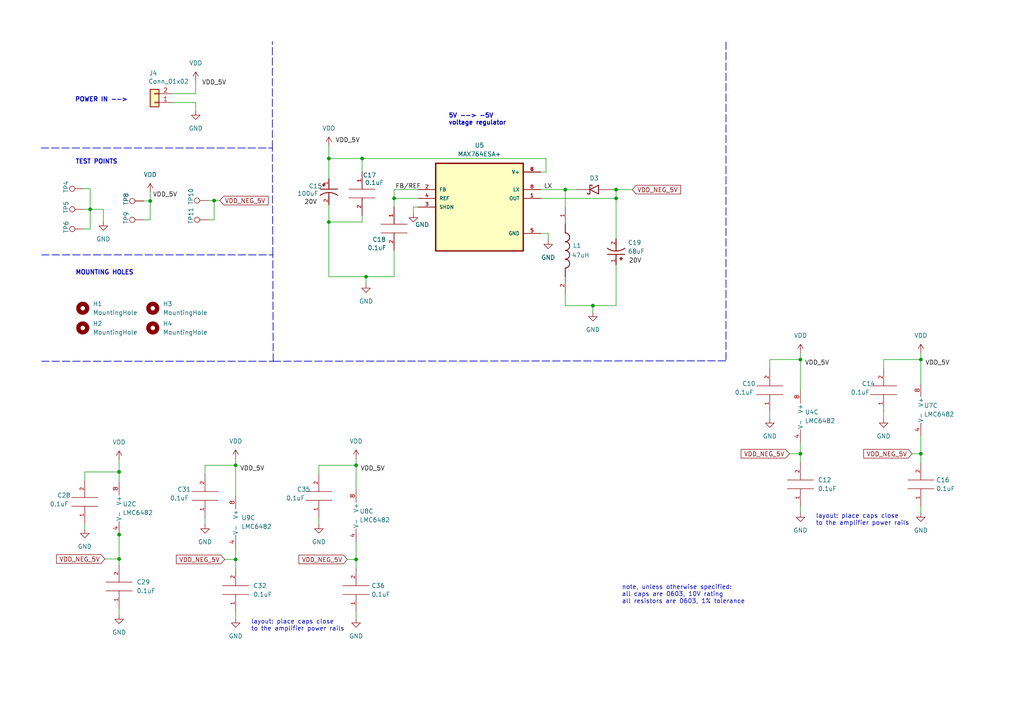
<source format=kicad_sch>
(kicad_sch (version 20211123) (generator eeschema)
  (paper "A4")
  (junction (at 68.3514 134.9502))
  (junction (at 34.544 136.8806))
  (junction (at 105.029 45.974))
  (junction (at 68.3514 162.2552))
  (junction (at 95.377 64.389))
  (junction (at -136.7282 253.3904))
  (junction (at -6.6294 320.7004))
  (junction (at 34.544 155.067))
  (junction (at 227.584 325.12))
  (junction (at 8.1788 264.9474))
  (junction (at 240.284 325.12))
  (junction (at 268.986 327.6346))
  (junction (at 349.885 328.041))
  (junction (at 59.4868 282.2194))
  (junction (at 178.689 54.991))
  (junction (at 103.2764 162.2552))
  (junction (at 299.9486 284.6578))
  (junction (at 28.3718 262.5344))
  (junction (at 232.156 104.2924))
  (junction (at 294.132 275.463))
  (junction (at 26.162 60.706))
  (junction (at 87.4268 257.4544))
  (junction (at 37.2618 318.5414))
  (junction (at 27.9908 318.5414))
  (junction (at 5.0038 264.9474))
  (junction (at 379.603 276.225))
  (junction (at 267.081 131.5974))
  (junction (at -44.6532 256.9464))
  (junction (at 207.137 262.89))
  (junction (at -78.9432 281.9654))
  (junction (at -29.4132 265.9634))
  (junction (at 181.737 262.89))
  (junction (at -114.5032 253.3904))
  (junction (at 422.656 266.7))
  (junction (at -81.6102 315.6204))
  (junction (at 329.692 274.32))
  (junction (at 7.6708 342.8492))
  (junction (at -136.7282 272.9484))
  (junction (at 96.5708 257.4544))
  (junction (at 163.957 54.991))
  (junction (at 331.978 274.32))
  (junction (at 181.737 282.067))
  (junction (at -112.5982 315.6204))
  (junction (at -44.6532 262.2804))
  (junction (at 178.689 57.531))
  (junction (at 260.731 291.465))
  (junction (at -25.273 265.4808))
  (junction (at 103.2764 134.9502))
  (junction (at -25.273 262.4074))
  (junction (at -44.6532 265.9634))
  (junction (at 7.6708 326.7964))
  (junction (at 267.208 271.78))
  (junction (at 276.352 327.66))
  (junction (at -54.1782 262.2804))
  (junction (at 299.9486 277.0378))
  (junction (at 315.2394 330.2))
  (junction (at -81.6102 315.595))
  (junction (at 294.132 271.78))
  (junction (at 267.081 104.2924))
  (junction (at 329.565 352.3488))
  (junction (at 185.8264 322.58))
  (junction (at -51.0032 318.1604))
  (junction (at -114.5032 263.1694))
  (junction (at -61.1632 281.9654))
  (junction (at 114.3 57.531))
  (junction (at 43.561 58.293))
  (junction (at 106.172 80.264))
  (junction (at 240.284 325.0946))
  (junction (at 171.958 88.646))
  (junction (at 95.377 45.974))
  (junction (at 243.078 258.445))
  (junction (at 294.132 266.446))
  (junction (at 413.258 266.7))
  (junction (at 51.9938 318.5414))
  (junction (at 299.9486 271.78))
  (junction (at 278.892 271.78))
  (junction (at 381.889 328.041))
  (junction (at 271.399 327.66))
  (junction (at 278.892 266.446))
  (junction (at 242.951 291.465))
  (junction (at -112.5982 315.595))
  (junction (at 360.68 328.041))
  (junction (at -29.4132 256.9464))
  (junction (at 329.565 344.7288))
  (junction (at -25.273 273.1008))
  (junction (at 62.103 58.166))
  (junction (at 207.137 272.415))
  (junction (at 66.4718 257.4544))
  (junction (at -29.4132 262.4074))
  (junction (at -94.3102 315.6204))
  (junction (at 329.565 336.296))
  (junction (at 354.203 271.78))
  (junction (at 385.318 291.465))
  (junction (at -45.7962 318.1604))
  (junction (at -52.9082 318.135))
  (junction (at 392.303 266.7))
  (junction (at 53.7718 266.9794))
  (junction (at -72.0852 320.7004))
  (junction (at 7.6708 335.2292))
  (junction (at -78.8162 248.9454))
  (junction (at 315.214 330.2))
  (junction (at 376.047 328.041))
  (junction (at 56.5658 318.5414))
  (junction (at 249.809 330.2))
  (junction (at 207.137 282.067))
  (junction (at 278.892 275.463))
  (junction (at 232.156 131.5974))
  (junction (at 203.6318 325.12))
  (junction (at -114.5032 272.9484))
  (junction (at 34.544 162.1282))
  (wire (pts (xy 358.648 276.225) (xy 354.203 276.225)))
  (wire (pts (xy -25.273 273.1008) (xy -25.273 274.7772)))
  (wire (pts (xy 26.162 60.706) (xy 26.162 66.421)))
  (wire (pts (xy 354.203 266.7) (xy 360.553 266.7)))
  (wire (pts (xy -24.511 266.5476) (xy -24.511 265.4808)))
  (wire (pts (xy -136.7282 272.9484) (xy -132.2832 272.9484)))
  (wire (pts (xy -51.0032 318.1604) (xy -45.7962 318.1604)))
  (polyline (pts (xy 79.248 104.775) (xy 210.566 104.648)) (stroke (width 0.2)))
  (polyline (pts (xy 215.392 358.902) (xy 272.923 358.775)) (stroke (width 0.2)))
  (wire (pts (xy 224.409 325.12) (xy 227.584 325.12)))
  (wire (pts (xy -72.0852 320.675) (xy -72.0852 320.7004)))
  (wire (pts (xy -52.9082 305.4604) (xy -52.9082 318.135)))
  (wire (pts (xy 376.047 328.041) (xy 376.047 324.866)))
  (wire (pts (xy -76.5302 340.3854) (xy -76.5302 342.2904)))
  (wire (pts (xy -73.8632 269.9004) (xy -73.8632 271.1704)))
  (wire (pts (xy 385.318 291.465) (xy 385.318 294.005)))
  (wire (pts (xy -136.7282 253.3904) (xy -132.4102 253.3904)))
  (wire (pts (xy 392.303 291.465) (xy 392.303 290.195)))
  (wire (pts (xy 114.3 57.531) (xy 121.285 57.531)))
  (wire (pts (xy 395.605 337.693) (xy 393.573 337.693)))
  (wire (pts (xy -52.9082 318.1604) (xy -51.0032 318.1604)))
  (wire (pts (xy -120.2182 263.1694) (xy -120.2182 264.8204)))
  (wire (pts (xy 240.284 347.98) (xy 240.284 349.885)))
  (wire (pts (xy -44.6532 262.2804) (xy -44.6532 265.9634)))
  (wire (pts (xy 276.352 324.739) (xy 276.352 327.66)))
  (wire (pts (xy 29.972 64.262) (xy 29.972 60.706)))
  (wire (pts (xy 329.565 336.296) (xy 329.565 344.7288)))
  (wire (pts (xy 301.3964 283.1846) (xy 300.7106 283.1846)))
  (wire (pts (xy -150.9522 272.5674) (xy -142.5702 272.5674)))
  (wire (pts (xy 103.2764 177.4952) (xy 103.2764 179.4002)))
  (wire (pts (xy 329.692 274.32) (xy 327.152 274.32)))
  (wire (pts (xy -24.511 271.6276) (xy -24.511 273.1008)))
  (wire (pts (xy -44.6532 265.9634) (xy -44.6532 274.9804)))
  (wire (pts (xy 68.3514 134.9502) (xy 68.3514 143.8402)))
  (wire (pts (xy -94.3102 305.4604) (xy -82.8802 305.4604)))
  (wire (pts (xy 329.565 336.296) (xy 339.852 336.296)))
  (wire (pts (xy 156.845 67.691) (xy 159.004 67.691)))
  (wire (pts (xy 242.951 279.4) (xy 242.951 291.465)))
  (wire (pts (xy 53.7718 282.2194) (xy 59.4868 282.2194)))
  (wire (pts (xy 105.029 64.389) (xy 95.377 64.389)))
  (wire (pts (xy 331.978 274.32) (xy 351.282 274.32)))
  (polyline (pts (xy 215.392 307.721) (xy 215.265 358.648)) (stroke (width 0.2)))
  (wire (pts (xy 7.6708 342.8492) (xy 7.6708 344.5256)))
  (polyline (pts (xy 215.392 307.594) (xy 272.923 307.467)) (stroke (width 0.2)))
  (polyline (pts (xy -48.9712 297.9674) (xy -48.9712 349.2754)) (stroke (width 0.2)))
  (wire (pts (xy 25.4508 262.5344) (xy 28.3718 262.5344)))
  (polyline (pts (xy 11.6078 246.9134) (xy 93.9038 247.0404)) (stroke (width 0.2)))
  (wire (pts (xy 299.9486 277.0378) (xy 300.7106 277.0378)))
  (wire (pts (xy 43.561 58.293) (xy 43.561 63.754)))
  (wire (pts (xy -44.6532 256.9464) (xy -43.2562 256.9464)))
  (polyline (pts (xy 12.065 104.775) (xy 79.121 104.775)) (stroke (width 0.2)))
  (wire (pts (xy 95.377 45.974) (xy 105.029 45.974)))
  (wire (pts (xy 294.132 271.78) (xy 299.9486 271.78)))
  (wire (pts (xy 100.7364 162.2552) (xy 103.2764 162.2552)))
  (wire (pts (xy -25.273 265.4808) (xy -26.1366 265.4808)))
  (wire (pts (xy 292.862 275.463) (xy 294.132 275.463)))
  (wire (pts (xy 381.889 328.041) (xy 381.889 335.153)))
  (polyline (pts (xy 216.281 244.475) (xy 272.923 244.602)) (stroke (width 0.2)))
  (wire (pts (xy -84.7852 315.6204) (xy -81.6102 315.6204)))
  (wire (pts (xy 385.318 291.465) (xy 392.303 291.465)))
  (wire (pts (xy 315.214 330.2) (xy 315.2394 330.2)))
  (wire (pts (xy 24.5872 136.8806) (xy 34.544 136.8806)))
  (wire (pts (xy -29.4132 247.8024) (xy -29.4132 256.9464)))
  (wire (pts (xy 392.303 266.7) (xy 398.653 266.7)))
  (wire (pts (xy 170.053 276.987) (xy 181.737 276.987)))
  (wire (pts (xy -97.4852 315.6204) (xy -94.3102 315.6204)))
  (wire (pts (xy 240.284 325.0946) (xy 240.284 325.12)))
  (wire (pts (xy 22.9108 318.5414) (xy 27.9908 318.5414)))
  (wire (pts (xy -14.6812 271.9324) (xy 5.0038 271.9324)))
  (wire (pts (xy 27.9908 326.7964) (xy 27.9908 318.5414)))
  (wire (pts (xy 221.361 262.89) (xy 221.361 266.7)))
  (wire (pts (xy 267.208 271.78) (xy 278.892 271.78)))
  (wire (pts (xy 7.6708 326.7964) (xy 7.6708 335.2292)))
  (wire (pts (xy 268.986 314.96) (xy 268.986 327.6346)))
  (wire (pts (xy 96.5708 254.4064) (xy 96.5708 257.4544)))
  (wire (pts (xy 260.858 258.445) (xy 260.858 259.969)))
  (wire (pts (xy 311.912 276.86) (xy 310.007 276.86)))
  (wire (pts (xy 163.957 88.646) (xy 171.958 88.646)))
  (wire (pts (xy 292.989 257.302) (xy 294.132 257.302)))
  (wire (pts (xy 227.584 314.96) (xy 239.014 314.96)))
  (wire (pts (xy -30.5562 256.9464) (xy -29.4132 256.9464)))
  (wire (pts (xy 223.266 104.2924) (xy 232.156 104.2924)))
  (polyline (pts (xy 337.312 302.26) (xy 419.481 302.387)) (stroke (width 0.2)))
  (wire (pts (xy 278.892 284.48) (xy 280.162 284.48)))
  (wire (pts (xy -131.064 322.4784) (xy -112.5982 322.453)))
  (wire (pts (xy 34.544 136.8806) (xy 34.544 139.827)))
  (wire (pts (xy 379.603 276.225) (xy 379.603 280.035)))
  (wire (pts (xy 65.1764 162.2552) (xy 68.3514 162.2552)))
  (wire (pts (xy 248.031 279.4) (xy 248.031 280.67)))
  (polyline (pts (xy 210.566 12.192) (xy 210.566 104.648)) (stroke (width 0.2)))
  (wire (pts (xy 92.4814 150.1902) (xy 92.4814 152.0952)))
  (wire (pts (xy 103.2764 162.2552) (xy 103.2764 164.7952)))
  (wire (pts (xy 27.2288 326.7964) (xy 27.9908 326.7964)))
  (wire (pts (xy -12.7762 267.4874) (xy -14.6812 267.4874)))
  (wire (pts (xy 42.3418 257.4544) (xy 66.4718 257.4544)))
  (wire (pts (xy 243.078 258.445) (xy 245.618 258.445)))
  (wire (pts (xy 207.137 281.178) (xy 207.137 282.067)))
  (wire (pts (xy 294.132 284.48) (xy 292.862 284.48)))
  (wire (pts (xy 268.986 327.66) (xy 271.399 327.66)))
  (wire (pts (xy 87.4268 266.9794) (xy 87.4268 257.4544)))
  (polyline (pts (xy -105.6132 234.9754) (xy -48.9712 235.1024)) (stroke (width 0.2)))
  (wire (pts (xy 310.007 276.86) (xy 310.007 281.305)))
  (wire (pts (xy 43.561 55.753) (xy 43.561 58.293)))
  (wire (pts (xy -136.7282 253.3904) (xy -136.7282 267.4874)))
  (wire (pts (xy 24.257 54.737) (xy 26.162 54.737)))
  (wire (pts (xy 255.651 271.78) (xy 267.208 271.78)))
  (wire (pts (xy 105.029 45.974) (xy 105.029 49.784)))
  (wire (pts (xy -29.4132 265.9634) (xy -29.4132 274.9804)))
  (polyline (pts (xy 78.994 42.926) (xy 78.994 12.065)) (stroke (width 0.2)))
  (wire (pts (xy 106.172 82.296) (xy 106.172 80.264)))
  (wire (pts (xy 24.5872 151.9174) (xy 24.5872 153.4414)))
  (polyline (pts (xy 337.439 256.159) (xy 337.312 302.26)) (stroke (width 0.2)))
  (wire (pts (xy -25.273 262.4074) (xy -25.273 265.4808)))
  (wire (pts (xy 278.892 275.463) (xy 280.162 275.463)))
  (polyline (pts (xy 79.121 73.914) (xy 78.994 42.926)) (stroke (width 0.2)))
  (wire (pts (xy -114.5032 263.1694) (xy -120.2182 263.1694)))
  (wire (pts (xy 278.892 275.463) (xy 278.892 284.48)))
  (wire (pts (xy 177.165 282.067) (xy 177.165 288.036)))
  (wire (pts (xy 410.083 276.225) (xy 413.258 276.225)))
  (wire (pts (xy -29.4132 256.9464) (xy -29.4132 262.4074)))
  (wire (pts (xy 181.737 283.972) (xy 181.737 282.067)))
  (wire (pts (xy 53.7718 266.9794) (xy 71.5518 266.9794)))
  (wire (pts (xy 278.892 266.446) (xy 278.892 271.78)))
  (wire (pts (xy 315.214 337.185) (xy 315.214 330.2)))
  (wire (pts (xy 320.421 325.501) (xy 331.089 325.501)))
  (wire (pts (xy 6.8072 335.2292) (xy 7.6708 335.2292)))
  (wire (pts (xy -24.511 265.4808) (xy -25.273 265.4808)))
  (wire (pts (xy 60.452 63.754) (xy 62.103 63.754)))
  (wire (pts (xy 253.746 325.0946) (xy 240.284 325.0946)))
  (polyline (pts (xy -106.5022 298.0944) (xy -48.9712 297.9674)) (stroke (width 0.2)))
  (wire (pts (xy -30.6832 265.9634) (xy -29.4132 265.9634)))
  (wire (pts (xy 26.162 60.706) (xy 24.257 60.706)))
  (wire (pts (xy 179.197 262.89) (xy 181.737 262.89)))
  (wire (pts (xy 232.156 102.3874) (xy 232.156 104.2924)))
  (wire (pts (xy 351.282 274.32) (xy 351.282 271.78)))
  (wire (pts (xy 92.4814 134.9502) (xy 103.2764 134.9502)))
  (polyline (pts (xy 419.735 256.286) (xy 419.481 302.387)) (stroke (width 0.2)))
  (wire (pts (xy 178.689 57.531) (xy 178.689 54.991)))
  (wire (pts (xy 227.584 314.96) (xy 227.584 325.12)))
  (wire (pts (xy 249.809 336.55) (xy 271.399 336.55)))
  (wire (pts (xy 207.137 262.89) (xy 221.361 262.89)))
  (wire (pts (xy 299.9486 284.6578) (xy 299.085 284.6578)))
  (wire (pts (xy -30.5562 247.8024) (xy -29.4132 247.8024)))
  (wire (pts (xy -114.5032 253.3904) (xy -100.5332 253.3904)))
  (wire (pts (xy -43.2562 247.8024) (xy -44.6532 247.8024)))
  (polyline (pts (xy 12.065 73.914) (xy 79.121 73.914)) (stroke (width 0.2)))
  (polyline (pts (xy 272.923 244.602) (xy 272.923 302.387)) (stroke (width 0.2)))
  (wire (pts (xy 59.4868 282.2194) (xy 66.4718 282.2194)))
  (wire (pts (xy -78.8162 248.9454) (xy -76.2762 248.9454)))
  (wire (pts (xy 329.692 281.305) (xy 329.692 274.32)))
  (wire (pts (xy -100.5332 272.9484) (xy -100.5332 267.3604)))
  (wire (pts (xy -100.5332 257.2004) (xy -86.5632 257.2004)))
  (wire (pts (xy 207.137 271.399) (xy 207.137 272.415)))
  (wire (pts (xy 51.9938 303.9364) (xy 51.9938 307.7464)))
  (wire (pts (xy 26.162 54.737) (xy 26.162 60.706)))
  (wire (pts (xy 201.0664 325.12) (xy 203.6318 325.12)))
  (wire (pts (xy 221.361 282.067) (xy 221.361 276.86)))
  (wire (pts (xy -81.6102 338.4804) (xy -81.6102 340.3854)))
  (wire (pts (xy 24.257 66.421) (xy 26.162 66.421)))
  (wire (pts (xy 53.7718 266.9794) (xy 53.7718 270.7894)))
  (wire (pts (xy -112.5982 315.6204) (xy -105.1052 315.6204)))
  (wire (pts (xy 7.6708 342.8492) (xy 6.8072 342.8492)))
  (wire (pts (xy -44.6532 265.9634) (xy -43.3832 265.9634)))
  (wire (pts (xy -87.9856 259.715) (xy -86.5632 259.7404)))
  (wire (pts (xy 360.68 328.041) (xy 363.982 328.041)))
  (wire (pts (xy 87.4268 257.4544) (xy 96.5708 257.4544)))
  (polyline (pts (xy -105.6132 234.9754) (xy -106.2482 292.7604)) (stroke (width 0.2)))
  (wire (pts (xy -25.273 273.1008) (xy -26.1366 273.1008)))
  (wire (pts (xy 53.7718 278.4094) (xy 53.7718 282.2194)))
  (wire (pts (xy 37.2618 315.3664) (xy 37.2618 318.5414)))
  (wire (pts (xy 264.541 131.5974) (xy 267.081 131.5974)))
  (wire (pts (xy -23.8252 266.5476) (xy -24.511 266.5476)))
  (wire (pts (xy 114.3 72.644) (xy 114.3 80.264)))
  (wire (pts (xy 49.911 27.178) (xy 56.769 27.178)))
  (wire (pts (xy 8.1788 264.9474) (xy 25.4508 264.9474)))
  (wire (pts (xy 34.544 176.4538) (xy 34.544 178.3334)))
  (wire (pts (xy -150.9522 270.0274) (xy -136.7282 270.0274)))
  (wire (pts (xy 8.1788 262.7884) (xy 8.1788 264.9474)))
  (wire (pts (xy 181.737 282.067) (xy 188.087 282.067)))
  (wire (pts (xy 178.689 54.991) (xy 183.388 54.991)))
  (wire (pts (xy 7.6708 335.2292) (xy 8.4328 335.2292)))
  (wire (pts (xy 8.4328 342.8492) (xy 7.6708 342.8492)))
  (wire (pts (xy 331.978 271.018) (xy 331.978 274.32)))
  (wire (pts (xy 32.8168 266.9794) (xy 28.3718 266.9794)))
  (wire (pts (xy 103.2764 133.0452) (xy 103.2764 134.9502)))
  (wire (pts (xy 240.284 325.12) (xy 240.284 335.28)))
  (wire (pts (xy 381.889 328.041) (xy 384.81 328.041)))
  (polyline (pts (xy 272.923 307.467) (xy 272.923 358.775)) (stroke (width 0.2)))
  (polyline (pts (xy -106.2482 292.7604) (xy -48.9712 292.8874)) (stroke (width 0.2)))
  (wire (pts (xy 230.886 272.5928) (xy 234.061 272.5928)))
  (wire (pts (xy 267.208 271.78) (xy 267.208 276.352)))
  (polyline (pts (xy -106.5022 298.2214) (xy -106.6292 349.1484)) (stroke (width 0.2)))
  (wire (pts (xy -81.6102 315.595) (xy -81.6102 315.6204)))
  (wire (pts (xy 258.191 291.465) (xy 260.731 291.465)))
  (wire (pts (xy -114.5032 253.3904) (xy -114.5032 254.5334)))
  (wire (pts (xy 313.8424 330.2) (xy 315.214 330.2)))
  (wire (pts (xy 121.285 54.991) (xy 114.3 54.991)))
  (wire (pts (xy 292.989 266.446) (xy 294.132 266.446)))
  (wire (pts (xy 376.047 313.436) (xy 376.047 317.246)))
  (wire (pts (xy 49.911 29.718) (xy 56.769 29.718)))
  (wire (pts (xy 294.894 332.74) (xy 298.6024 332.74)))
  (wire (pts (xy -114.5032 272.9484) (xy -100.5332 272.9484)))
  (wire (pts (xy 178.689 54.991) (xy 177.419 54.991)))
  (wire (pts (xy 201.422 272.415) (xy 201.422 274.066)))
  (wire (pts (xy 267.081 146.8374) (xy 267.081 148.7424)))
  (wire (pts (xy 347.472 336.296) (xy 349.885 336.296)))
  (wire (pts (xy -4.5212 316.0014) (xy -4.5212 320.7004)))
  (wire (pts (xy -114.5032 263.1694) (xy -114.5032 264.3124)))
  (wire (pts (xy -113.9698 315.6204) (xy -112.5982 315.6204)))
  (wire (pts (xy -100.5332 267.3604) (xy -86.5632 267.3604)))
  (wire (pts (xy 371.348 276.225) (xy 379.603 276.225)))
  (wire (pts (xy 245.364 349.885) (xy 245.364 351.79)))
  (wire (pts (xy 56.769 29.718) (xy 56.769 32.131)))
  (wire (pts (xy 203.6318 325.12) (xy 216.789 325.12)))
  (wire (pts (xy 68.3514 162.2552) (xy 68.3514 164.7952)))
  (wire (pts (xy 328.7014 344.7288) (xy 329.565 344.7288)))
  (wire (pts (xy 381.889 335.153) (xy 395.605 335.153)))
  (wire (pts (xy -72.0852 327.0504) (xy -72.0852 320.7004)))
  (polyline (pts (xy 216.281 244.475) (xy 215.646 302.26)) (stroke (width 0.2)))
  (wire (pts (xy 413.258 276.225) (xy 413.258 266.7)))
  (wire (pts (xy 360.68 324.612) (xy 360.68 328.041)))
  (wire (pts (xy 298.6024 327.66) (xy 276.352 327.66)))
  (wire (pts (xy 195.707 282.067) (xy 207.137 282.067)))
  (wire (pts (xy 59.4614 137.4902) (xy 59.4614 134.9502)))
  (wire (pts (xy -29.4132 262.4074) (xy -25.273 262.4074)))
  (wire (pts (xy 69.6468 318.5414) (xy 56.5658 318.5414)))
  (wire (pts (xy 56.5658 325.2724) (xy 67.1068 325.2724)))
  (wire (pts (xy -124.7902 253.3904) (xy -114.5032 253.3904)))
  (wire (pts (xy -124.6632 272.9484) (xy -114.5032 272.9484)))
  (wire (pts (xy 105.029 45.974) (xy 158.369 45.974)))
  (wire (pts (xy -6.6802 320.7004) (xy -6.6294 320.7004)))
  (wire (pts (xy 301.3964 278.1046) (xy 300.7106 278.1046)))
  (wire (pts (xy 242.951 291.465) (xy 245.491 291.465)))
  (wire (pts (xy 329.565 336.296) (xy 329.565 330.581)))
  (wire (pts (xy 329.692 274.32) (xy 331.978 274.32)))
  (wire (pts (xy 66.4718 257.4544) (xy 72.8218 257.4544)))
  (wire (pts (xy 294.132 266.446) (xy 294.132 271.78)))
  (wire (pts (xy 62.103 58.166) (xy 62.103 63.754)))
  (wire (pts (xy 299.085 277.0378) (xy 299.9486 277.0378)))
  (wire (pts (xy 422.656 266.7) (xy 425.577 266.7)))
  (wire (pts (xy 195.834 262.89) (xy 207.137 262.89)))
  (wire (pts (xy 354.203 266.7) (xy 354.203 271.78)))
  (wire (pts (xy 379.603 291.465) (xy 385.318 291.465)))
  (wire (pts (xy 105.029 62.484) (xy 105.029 64.389)))
  (wire (pts (xy -94.3102 315.6204) (xy -92.4052 315.6204)))
  (wire (pts (xy 45.5168 266.9794) (xy 53.7718 266.9794)))
  (wire (pts (xy 156.845 57.531) (xy 178.689 57.531)))
  (wire (pts (xy 243.078 258.445) (xy 242.951 264.16)))
  (wire (pts (xy -61.0362 248.9454) (xy -61.0362 250.4694)))
  (wire (pts (xy 5.0038 264.9474) (xy 2.4638 264.9474)))
  (wire (pts (xy 256.286 104.2924) (xy 267.081 104.2924)))
  (wire (pts (xy -90.424 263.1186) (xy -87.3252 263.1186)))
  (wire (pts (xy 24.5872 139.2174) (xy 24.5872 136.8806)))
  (wire (pts (xy 207.137 282.067) (xy 221.361 282.067)))
  (wire (pts (xy 310.007 281.305) (xy 329.692 281.305)))
  (wire (pts (xy -51.0032 327.0504) (xy -51.0032 318.1604)))
  (wire (pts (xy -69.0372 320.675) (xy -72.0852 320.675)))
  (wire (pts (xy 294.894 332.74) (xy 294.894 337.185)))
  (wire (pts (xy 9.1186 336.296) (xy 8.4328 336.296)))
  (wire (pts (xy 278.892 266.446) (xy 280.289 266.446)))
  (wire (pts (xy -61.1632 271.1704) (xy -61.1632 281.9654)))
  (wire (pts (xy 354.203 271.78) (xy 354.203 276.225)))
  (wire (pts (xy 368.173 266.7) (xy 392.303 266.7)))
  (wire (pts (xy 232.156 104.2924) (xy 232.156 113.1824)))
  (wire (pts (xy 185.8264 322.6054) (xy 185.8264 322.58)))
  (wire (pts (xy -90.5256 259.715) (xy -87.9856 259.715)))
  (wire (pts (xy 267.081 102.3874) (xy 267.081 104.2924)))
  (wire (pts (xy 59.4868 282.2194) (xy 59.4868 284.7594)))
  (wire (pts (xy 84.2518 266.9794) (xy 87.4268 266.9794)))
  (wire (pts (xy 331.0128 345.7956) (xy 330.327 345.7956)))
  (wire (pts (xy -44.6532 256.9464) (xy -44.6532 262.2804)))
  (wire (pts (xy 47.5488 318.5414) (xy 51.9938 318.5414)))
  (wire (pts (xy 234.061 272.5928) (xy 234.061 274.32)))
  (wire (pts (xy -23.6982 323.2404) (xy -23.6982 327.6854)))
  (wire (pts (xy 351.282 271.78) (xy 354.203 271.78)))
  (wire (pts (xy 243.078 254.635) (xy 243.078 258.445)))
  (wire (pts (xy 37.2618 318.5414) (xy 39.9288 318.5414)))
  (wire (pts (xy -136.7282 272.9484) (xy -136.7282 276.3774)))
  (wire (pts (xy 34.544 155.0162) (xy 34.544 155.067)))
  (wire (pts (xy -25.273 262.4074) (xy -12.7762 262.4074)))
  (wire (pts (xy 258.318 258.445) (xy 260.858 258.445)))
  (wire (pts (xy 163.957 54.991) (xy 163.957 59.944)))
  (wire (pts (xy 171.958 88.646) (xy 171.958 90.551)))
  (wire (pts (xy 8.4328 336.296) (xy 8.4328 335.2292)))
  (wire (pts (xy 299.9486 284.6578) (xy 299.9486 286.3342)))
  (wire (pts (xy 181.737 262.89) (xy 188.214 262.89)))
  (wire (pts (xy 260.731 291.465) (xy 260.731 294.64)))
  (wire (pts (xy 406.273 266.7) (xy 413.258 266.7)))
  (wire (pts (xy 227.584 325.12) (xy 229.489 325.12)))
  (wire (pts (xy 280.289 257.302) (xy 278.892 257.302)))
  (wire (pts (xy 223.266 106.8324) (xy 223.266 104.2924)))
  (wire (pts (xy -44.6532 274.9804) (xy -43.3832 274.9804)))
  (wire (pts (xy 331.0128 350.8756) (xy 330.327 350.8756)))
  (wire (pts (xy 294.132 257.302) (xy 294.132 266.446)))
  (wire (pts (xy 25.4508 264.9474) (xy 25.4508 262.5344)))
  (wire (pts (xy 68.3514 177.4952) (xy 68.3514 179.4002)))
  (wire (pts (xy -114.5032 262.1534) (xy -114.5032 263.1694)))
  (wire (pts (xy -63.7032 281.9654) (xy -61.1632 281.9654)))
  (wire (pts (xy 221.361 266.7) (xy 235.331 266.7)))
  (polyline (pts (xy 11.4808 293.0144) (xy 93.6498 293.1414)) (stroke (width 0.2)))
  (wire (pts (xy 95.377 59.436) (xy 95.377 64.389)))
  (wire (pts (xy 203.6318 325.12) (xy 203.6318 331.9018)))
  (wire (pts (xy -96.9264 242.2144) (xy -96.012 242.2144)))
  (wire (pts (xy 7.6708 326.7964) (xy 19.6088 326.7964)))
  (polyline (pts (xy 93.9038 247.0404) (xy 93.6498 293.1414)) (stroke (width 0.2)))
  (wire (pts (xy 5.0038 264.9474) (xy 8.1788 264.9474)))
  (wire (pts (xy -94.3102 305.4604) (xy -94.3102 315.6204)))
  (wire (pts (xy 392.303 266.7) (xy 392.303 277.495)))
  (wire (pts (xy 300.7106 283.1846) (xy 300.7106 284.6578)))
  (wire (pts (xy -54.1782 262.2804) (xy -54.1782 267.6144)))
  (wire (pts (xy 9.1186 341.376) (xy 8.4328 341.376)))
  (wire (pts (xy -81.4832 281.9654) (xy -78.9432 281.9654)))
  (wire (pts (xy 185.8264 327.66) (xy 185.8264 331.9272)))
  (wire (pts (xy 43.561 63.754) (xy 41.656 63.754)))
  (wire (pts (xy 349.885 328.041) (xy 360.68 328.041)))
  (wire (pts (xy 207.137 272.415) (xy 207.137 273.558)))
  (wire (pts (xy 29.972 60.706) (xy 26.162 60.706)))
  (wire (pts (xy 240.411 291.465) (xy 242.951 291.465)))
  (wire (pts (xy 329.565 344.7288) (xy 330.327 344.7288)))
  (wire (pts (xy -78.8162 248.9454) (xy -78.9432 254.6604)))
  (wire (pts (xy -142.5702 272.5674) (xy -142.5702 278.4094)))
  (wire (pts (xy 256.286 119.5324) (xy 256.286 121.4374)))
  (wire (pts (xy -81.6102 340.3854) (xy -76.5302 340.3854)))
  (wire (pts (xy 251.714 314.96) (xy 268.986 314.96)))
  (wire (pts (xy -112.5982 315.595) (xy -112.5982 315.6204)))
  (wire (pts (xy -45.7962 318.1604) (xy -21.8694 318.1604)))
  (wire (pts (xy 51.9938 318.5414) (xy 51.9938 315.3664)))
  (wire (pts (xy 349.885 336.296) (xy 349.885 328.041)))
  (wire (pts (xy 249.809 330.1746) (xy 249.809 330.2)))
  (polyline (pts (xy 79.248 104.775) (xy 79.121 73.787)) (stroke (width 0.2)))
  (wire (pts (xy -44.6532 247.8024) (xy -44.6532 256.9464)))
  (wire (pts (xy 294.132 271.78) (xy 294.132 275.463)))
  (wire (pts (xy 5.0038 271.9324) (xy 5.0038 264.9474)))
  (wire (pts (xy -131.064 318.1604) (xy -131.064 322.4784)))
  (wire (pts (xy 330.327 345.7956) (xy 330.327 344.7288)))
  (wire (pts (xy 315.2394 330.2) (xy 320.421 330.2)))
  (polyline (pts (xy 337.439 256.159) (xy 419.735 256.286)) (stroke (width 0.2)))
  (wire (pts (xy 163.957 54.991) (xy 167.259 54.991)))
  (wire (pts (xy -136.7282 270.0274) (xy -136.7282 272.9484)))
  (wire (pts (xy 66.4718 282.2194) (xy 66.4718 280.9494)))
  (wire (pts (xy 260.731 280.67) (xy 260.731 291.465)))
  (polyline (pts (xy 11.6078 246.9134) (xy 11.4808 293.0144)) (stroke (width 0.2)))
  (wire (pts (xy -29.4132 274.9804) (xy -30.6832 274.9804)))
  (wire (pts (xy -112.5982 315.6204) (xy -112.5982 322.453)))
  (wire (pts (xy -72.0852 327.0504) (xy -51.0032 327.0504)))
  (wire (pts (xy -14.6812 267.4874) (xy -14.6812 271.9324)))
  (wire (pts (xy -23.6982 327.6854) (xy -6.6802 327.6854)))
  (wire (pts (xy 299.9486 271.78) (xy 311.912 271.78)))
  (wire (pts (xy 224.9424 251.4346) (xy 226.3902 251.4346)))
  (wire (pts (xy 119.888 60.071) (xy 119.888 61.849)))
  (wire (pts (xy -52.9082 318.135) (xy -52.9082 318.1604)))
  (wire (pts (xy 60.452 58.166) (xy 62.103 58.166)))
  (wire (pts (xy -78.8162 245.1354) (xy -78.8162 248.9454)))
  (wire (pts (xy 271.399 336.55) (xy 271.399 327.66)))
  (wire (pts (xy 170.053 279.527) (xy 181.737 279.527)))
  (wire (pts (xy 62.103 58.166) (xy 63.754 58.166)))
  (wire (pts (xy 278.892 271.78) (xy 278.892 275.463)))
  (wire (pts (xy -61.1632 281.9654) (xy -61.1632 285.1404)))
  (wire (pts (xy 156.845 49.911) (xy 158.369 49.911)))
  (wire (pts (xy 240.284 349.885) (xy 245.364 349.885)))
  (wire (pts (xy -87.3252 264.8204) (xy -86.5632 264.8204)))
  (wire (pts (xy -81.6102 315.6204) (xy -81.6102 325.7804)))
  (wire (pts (xy 80.4418 257.4544) (xy 87.4268 257.4544)))
  (wire (pts (xy 92.4814 137.4902) (xy 92.4814 134.9502)))
  (wire (pts (xy -53.7972 318.135) (xy -52.9082 318.135)))
  (wire (pts (xy 232.156 146.8374) (xy 232.156 148.7424)))
  (wire (pts (xy 66.4718 257.4544) (xy 66.4718 268.2494)))
  (wire (pts (xy -4.5212 316.0014) (xy 7.6708 316.0014)))
  (wire (pts (xy 248.031 280.67) (xy 260.731 280.67)))
  (wire (pts (xy 158.369 49.911) (xy 158.369 45.974)))
  (wire (pts (xy 178.689 57.531) (xy 178.689 69.215)))
  (wire (pts (xy 170.053 282.067) (xy 177.165 282.067)))
  (wire (pts (xy 114.3 59.944) (xy 114.3 57.531)))
  (wire (pts (xy 65.0748 327.8124) (xy 65.0748 331.1144)))
  (wire (pts (xy 28.3718 257.4544) (xy 28.3718 262.5344)))
  (wire (pts (xy 300.7106 284.6578) (xy 299.9486 284.6578)))
  (wire (pts (xy -97.0788 247.2944) (xy -96.012 247.2944)))
  (wire (pts (xy -78.9432 281.9654) (xy -76.4032 281.9654)))
  (wire (pts (xy 41.656 58.293) (xy 43.561 58.293)))
  (wire (pts (xy 59.4614 150.1902) (xy 59.4614 152.0952)))
  (wire (pts (xy -114.5032 271.9324) (xy -114.5032 272.9484)))
  (wire (pts (xy 114.3 54.991) (xy 114.3 57.531)))
  (wire (pts (xy 106.172 80.264) (xy 95.377 80.264)))
  (wire (pts (xy 95.377 64.389) (xy 95.377 80.264)))
  (wire (pts (xy 256.286 106.8324) (xy 256.286 104.2924)))
  (wire (pts (xy -6.6294 320.7004) (xy -4.5212 320.7004)))
  (wire (pts (xy -45.7962 315.6204) (xy -45.7962 318.1604)))
  (wire (pts (xy 181.737 279.527) (xy 181.737 282.067)))
  (wire (pts (xy -139.2682 253.3904) (xy -136.7282 253.3904)))
  (wire (pts (xy 294.132 275.463) (xy 294.132 284.48)))
  (wire (pts (xy 330.327 352.3488) (xy 329.565 352.3488)))
  (wire (pts (xy -131.0132 313.0804) (xy -129.2098 313.0804)))
  (wire (pts (xy 159.004 67.691) (xy 159.004 69.596)))
  (wire (pts (xy -29.4132 262.4074) (xy -29.4132 265.9634)))
  (wire (pts (xy 28.3718 262.5344) (xy 28.3718 266.9794)))
  (wire (pts (xy -78.9432 269.9004) (xy -78.9432 281.9654)))
  (wire (pts (xy 185.8264 331.9272) (xy 203.6318 331.9018)))
  (wire (pts (xy 181.737 262.89) (xy 181.737 276.987)))
  (wire (pts (xy 268.986 327.6346) (xy 268.986 327.66)))
  (polyline (pts (xy 215.646 302.26) (xy 272.923 302.387)) (stroke (width 0.2)))
  (wire (pts (xy 320.421 325.501) (xy 320.421 330.2)))
  (wire (pts (xy 8.4328 341.376) (xy 8.4328 342.8492)))
  (wire (pts (xy 56.5658 318.5414) (xy 56.5658 325.2724)))
  (wire (pts (xy 51.9938 318.5414) (xy 56.5658 318.5414)))
  (wire (pts (xy 67.1068 327.8124) (xy 65.0748 327.8124)))
  (wire (pts (xy 34.544 162.1282) (xy 30.4292 162.1282)))
  (wire (pts (xy 267.081 104.2924) (xy 267.081 111.2774)))
  (wire (pts (xy 114.3 80.264) (xy 106.172 80.264)))
  (wire (pts (xy 393.573 337.693) (xy 393.573 340.995)))
  (polyline (pts (xy -48.9712 235.1024) (xy -48.9712 292.8874)) (stroke (width 0.2)))
  (wire (pts (xy 163.957 85.344) (xy 163.957 88.646)))
  (wire (pts (xy -24.511 273.1008) (xy -25.273 273.1008)))
  (wire (pts (xy 156.845 54.991) (xy 163.957 54.991)))
  (wire (pts (xy 34.544 162.1282) (xy 34.544 163.7538)))
  (wire (pts (xy 56.769 27.178) (xy 56.769 23.368)))
  (wire (pts (xy 294.894 337.185) (xy 315.214 337.185)))
  (wire (pts (xy 278.892 257.302) (xy 278.892 266.446)))
  (wire (pts (xy -87.3252 263.1186) (xy -87.3252 264.8204)))
  (wire (pts (xy 346.329 328.041) (xy 349.885 328.041)))
  (wire (pts (xy 232.156 128.4224) (xy 232.156 131.5974)))
  (wire (pts (xy 234.061 274.32) (xy 235.331 274.32)))
  (wire (pts (xy -6.6802 327.6854) (xy -6.6802 320.7004)))
  (wire (pts (xy 299.9486 271.78) (xy 299.9486 277.0378)))
  (wire (pts (xy 267.081 126.5174) (xy 267.081 131.5974)))
  (wire (pts (xy 171.958 88.646) (xy 178.689 88.646)))
  (wire (pts (xy 178.689 88.646) (xy 178.689 76.835)))
  (wire (pts (xy 179.6034 322.6054) (xy 185.8264 322.6054)))
  (wire (pts (xy -131.064 318.1604) (xy -129.2098 318.1604)))
  (wire (pts (xy 237.109 325.12) (xy 240.284 325.12)))
  (wire (pts (xy 329.565 330.581) (xy 331.089 330.581)))
  (wire (pts (xy 413.258 266.7) (xy 422.656 266.7)))
  (polyline (pts (xy -106.5022 349.4024) (xy -48.9712 349.2754)) (stroke (width 0.2)))
  (wire (pts (xy 95.377 51.816) (xy 95.377 45.974)))
  (wire (pts (xy 376.047 328.041) (xy 381.889 328.041)))
  (wire (pts (xy 267.081 131.5974) (xy 267.081 134.1374)))
  (wire (pts (xy 329.565 352.3488) (xy 328.7014 352.3488)))
  (wire (pts (xy 232.156 131.5974) (xy 232.156 134.1374)))
  (wire (pts (xy 59.4614 134.9502) (xy 68.3514 134.9502)))
  (wire (pts (xy 103.2764 134.9502) (xy 103.2764 141.9352)))
  (wire (pts (xy -150.9522 267.4874) (xy -136.7282 267.4874)))
  (wire (pts (xy 422.656 264.033) (xy 422.656 266.7)))
  (wire (pts (xy 34.544 155.067) (xy 34.544 162.1282)))
  (wire (pts (xy -54.1782 262.2804) (xy -44.6532 262.2804)))
  (wire (pts (xy 27.9908 318.5414) (xy 37.2618 318.5414)))
  (wire (pts (xy 103.2764 157.1752) (xy 103.2764 162.2552)))
  (wire (pts (xy 7.6708 326.7964) (xy 7.6708 321.0814)))
  (wire (pts (xy -23.8252 271.6276) (xy -24.511 271.6276)))
  (wire (pts (xy -21.8694 323.2404) (xy -23.6982 323.2404)))
  (wire (pts (xy 253.746 330.1746) (xy 249.809 330.1746)))
  (wire (pts (xy -70.1802 305.4604) (xy -52.9082 305.4604)))
  (wire (pts (xy -69.0372 315.595) (xy -81.6102 315.595)))
  (wire (pts (xy 228.981 131.5974) (xy 232.156 131.5974)))
  (wire (pts (xy 95.377 42.291) (xy 95.377 45.974)))
  (wire (pts (xy 379.603 276.225) (xy 397.383 276.225)))
  (wire (pts (xy 379.603 287.655) (xy 379.603 291.465)))
  (wire (pts (xy 300.7106 278.1046) (xy 300.7106 277.0378)))
  (wire (pts (xy 34.544 133.35) (xy 34.544 136.8806)))
  (wire (pts (xy 221.361 276.86) (xy 235.331 276.86)))
  (wire (pts (xy 223.266 119.5324) (xy 223.266 121.4374)))
  (wire (pts (xy -66.2432 262.2804) (xy -54.1782 262.2804)))
  (wire (pts (xy -73.8632 271.1704) (xy -61.1632 271.1704)))
  (wire (pts (xy -100.5332 253.3904) (xy -100.5332 257.2004)))
  (wire (pts (xy 28.3718 257.4544) (xy 34.7218 257.4544)))
  (wire (pts (xy -63.5762 248.9454) (xy -61.0362 248.9454)))
  (wire (pts (xy 371.602 328.041) (xy 376.047 328.041)))
  (wire (pts (xy 224.917 256.5146) (xy 226.3902 256.5146)))
  (wire (pts (xy 68.3514 159.0802) (xy 68.3514 162.2552)))
  (wire (pts (xy 121.285 60.071) (xy 119.888 60.071)))
  (wire (pts (xy 249.809 336.55) (xy 249.809 330.2)))
  (wire (pts (xy 207.137 272.415) (xy 201.422 272.415)))
  (wire (pts (xy 68.3514 133.0452) (xy 68.3514 134.9502)))
  (wire (pts (xy 330.327 350.8756) (xy 330.327 352.3488)))
  (wire (pts (xy 230.9368 269.24) (xy 235.331 269.24)))
  (wire (pts (xy 271.399 327.66) (xy 276.352 327.66)))
  (wire (pts (xy 207.137 262.89) (xy 207.137 263.779)))
  (polyline (pts (xy 11.938 42.926) (xy 78.994 42.926)) (stroke (width 0.2)))
  (wire (pts (xy 96.5708 257.4544) (xy 101.8032 257.4036)))
  (wire (pts (xy 329.565 352.3488) (xy 329.565 354.0252)))
  (text "DNI" (at 330.962 355.1682 0) (effects (font (size 1.27 1.27) (thickness 0.254) bold) (justify left bottom)))
  (text "GAIN = 23.5 when R = 2k2" (at 218.186 300.355 0) (effects (font (size 1.27 1.27) (thickness 0.254) bold) (justify left bottom)))
  (text "ELECTRODES IN -->" (at 161.417 306.959 0) (effects (font (size 1.27 1.27) (thickness 0.254) bold) (justify left bottom)))
  (text "GAIN = 23.5 when R = 2k2\n" (at -103.7082 290.8554 0) (effects (font (size 1.27 1.27) (thickness 0.254) bold) (justify left bottom)))
  (text "CHANNEL 1" (at 169.0116 363.9312 0) (effects (font (size 5 5) (thickness 0.254) bold) (justify left bottom)))
  (text "TWIN-T NOTCH\n(61.2 Hz)" (at 13.5128 290.8554 0) (effects (font (size 1.27 1.27) (thickness 0.254) bold) (justify left bottom)))
  (text "DNI" (at -69.5452 339.7504 0) (effects (font (size 1.27 1.27)) (justify left bottom)))
  (text "DNI" (at 9.0678 345.6686 0) (effects (font (size 1.27 1.27) (thickness 0.254) bold) (justify left bottom)))
  (text "AOUT TO ADC -->\n(0V to 5V)" (at 399.415 347.726 0) (effects (font (size 1.27 1.27) (thickness 0.254) bold) (justify left bottom)))
  (text "POWER IN -->" (at 21.717 29.718 0) (effects (font (size 1.27 1.27) (thickness 0.254) bold) (justify left bottom)))
  (text "DNI" (at 252.222 349.123 0) (effects (font (size 1.27 1.27)) (justify left bottom)))
  (text "TEST POINTS\n" (at 21.844 47.752 0) (effects (font (size 1.27 1.27) (thickness 0.254) bold) (justify left bottom)))
  (text "MOUNTING HOLES" (at 21.844 79.883 0) (effects (font (size 1.27 1.27) (thickness 0.254) bold) (justify left bottom)))
  (text "layout: place caps close \nto the amplifier power rails" (at 236.601 152.5524 0) (effects (font (size 1.27 1.27)) (justify left bottom)))
  (text "CHANNEL 0" (at -146.1516 370.0018 0) (effects (font (size 5 5) (thickness 0.254) bold) (justify left bottom)))
  (text "GAIN = \n" (at 344.297 350.774 0) (effects (font (size 1.27 1.27) (thickness 0.254) bold) (justify left bottom)))
  (text "note, unless otherwise specified:\nall caps are 0603, 10V rating\nall resistors are 0603, 1% tolerance" (at 180.34 175.26 0) (effects (font (size 1.27 1.27)) (justify left bottom)))
  (text "HPF (0.04 Hz CUTOFF if R = 100k)" (at -23.5458 242.1128 0) (effects (font (size 1.27 1.27) (thickness 0.254) bold) (justify left bottom)))
  (text "HPF (0.04 Hz CUTOFF if R = 100k)" (at 297.0784 253.1872 0) (effects (font (size 1.27 1.27) (thickness 0.254) bold) (justify left bottom)))
  (text "DNI" (at 301.3456 287.4772 0) (effects (font (size 1.27 1.27) (thickness 0.254) bold) (justify left bottom)))
  (text "GAIN = " (at 20.955 345.059 0) (effects (font (size 1.27 1.27) (thickness 0.254) bold) (justify left bottom)))
  (text "layout: place caps close \nto the amplifier power rails" (at 72.7964 183.2102 0) (effects (font (size 1.27 1.27)) (justify left bottom)))
  (text "5V --> -5V\nvoltage regulator" (at 130.048 36.449 0) (effects (font (size 1.27 1.27) (thickness 0.254) bold) (justify left bottom)))
  (text "SALLEN-KEY\nLPF (48.2 Hz CUTOFF)" (at 217.297 356.489 0) (effects (font (size 1.27 1.27) (thickness 0.254) bold) (justify left bottom)))
  (text "SALLEN-KEY\nLPF (48.2 Hz CUTOFF)" (at -104.5972 346.9894 0) (effects (font (size 1.27 1.27) (thickness 0.254) bold) (justify left bottom)))
  (text "ELECTRODES IN -->" (at -157.1752 296.8244 0) (effects (font (size 1.27 1.27) (thickness 0.254) bold) (justify left bottom)))
  (text "AOUT TO ADC -->\n(0V to 5V)" (at 70.9168 337.8454 0) (effects (font (size 1.27 1.27) (thickness 0.254) bold) (justify left bottom)))
  (text "DNI" (at -23.876 275.9202 0) (effects (font (size 1.27 1.27) (thickness 0.254) bold) (justify left bottom)))
  (text "TWIN-T NOTCH\n(61.2 Hz)" (at 339.344 300.101 0) (effects (font (size 1.27 1.27) (thickness 0.254) bold) (justify left bottom)))
  (label "AOUT_CH0" (at 58.2168 325.2724 0))
  (label "AMP_IN-_CH0" (at 7.6708 326.0344 0))
  (label "LPF_OUT_CH0" (at -42.2402 318.1604 0))
  (label "20V" (at 182.372 76.581 0))
  (label "LX" (at 157.734 54.991 0))
  (label "VDD_5V" (at 58.547 24.892 0))
  (label "VDD_5V" (at 268.351 106.1974 0))
  (label "EREF" (at -146.8882 272.6944 0))
  (label "BUFF0_OUT" (at -113.7158 315.6204 0))
  (label "IA_OUT_CH0" (at -59.0042 262.2804 0))
  (label "HPF_OUT_CH0" (at -27.7622 262.4074 0))
  (label "VDD_5V" (at 233.426 106.1974 0))
  (label "VDD_5V" (at 235.458 257.175 0))
  (label "IA_IN-_CH0" (at -97.9932 257.2004 0))
  (label "NOTCH_IN_CH1" (at 339.217 274.32 0))
  (label "NOTCH_IN_CH0" (at 11.2268 264.9474 0))
  (label "LPF_IN+_CH1" (at 238.379 325.12 0))
  (label "VDD_5V" (at 104.5464 136.8552 0))
  (label "AMP_OUT_CH1" (at 346.837 328.041 0))
  (label "LPF_IN+_CH0" (at -84.2772 315.6204 0))
  (label "VDD_5V" (at 97.282 41.656 0))
  (label "20V" (at 88.265 59.563 0))
  (label "IA_OUT_CH1" (at 262.89 271.78 0))
  (label "IA_IN+_CH1" (at 223.393 276.86 0))
  (label "IA_IN+_CH0" (at -97.6122 267.3604 0))
  (label "LPF_IN-_CH0" (at -72.0852 326.9234 0))
  (label "AMP_IN+_CH0" (at -4.5212 316.0014 0))
  (label "VDD_5V" (at 44.323 57.404 0))
  (label "LPF_OUT_CH1" (at 279.654 327.66 0))
  (label "BUFF1_OUT" (at 203.6318 325.12 0))
  (label "LPF_IN-_CH1" (at 249.809 336.55 0))
  (label "AMP_IN+_CH1" (at 320.421 325.501 0))
  (label "AMP_OUT_CH0" (at 24.9428 318.5414 0))
  (label "AMP_IN-_CH1" (at 329.565 335.534 0))
  (label "AOUT_CH1" (at 383.286 335.153 0))
  (label "EREF" (at 172.974 282.067 0))
  (label "VDD_5V" (at -86.4362 247.6754 0))
  (label "IA_IN-_CH1" (at 223.266 266.7 0))
  (label "FB{slash}REF" (at 114.681 54.991 0))
  (label "HPF_OUT_CH1" (at 296.799 271.78 0))
  (label "VDD_5V" (at 69.6214 136.8552 0))
  (global_label "VDD_NEG_5V" (shape input) (at 30.4292 162.1282 180) (property "Intersheet References" "${INTERSHEET_REFS}" (effects hide)))
  (global_label "VDD_NEG_5V" (shape input) (at 228.981 131.5974 180) (property "Intersheet References" "${INTERSHEET_REFS}" (effects hide)))
  (global_label "VDD_NEG_5V" (shape input) (at 183.388 54.991 0) (property "Intersheet References" "${INTERSHEET_REFS}" (effects hide)))
  (global_label "E1_CH0" (shape input) (at -136.7282 276.3774 270) (property "Intersheet References" "${INTERSHEET_REFS}" (effects hide)))
  (global_label "RG10" (shape input) (at 224.9424 251.4346 180) (property "Intersheet References" "${INTERSHEET_REFS}" (effects hide)))
  (global_label "RG00" (shape input) (at -90.5256 259.715 180) (property "Intersheet References" "${INTERSHEET_REFS}" (effects hide)))
  (global_label "VDD_NEG_5V" (shape input) (at 63.754 58.166 0) (property "Intersheet References" "${INTERSHEET_REFS}" (effects hide)))
  (global_label "RG10" (shape input) (at 230.9368 269.24 180) (property "Intersheet References" "${INTERSHEET_REFS}" (effects hide)))
  (global_label "E2_CH0" (shape input) (at -139.2682 253.3904 180) (property "Intersheet References" "${INTERSHEET_REFS}" (effects hide)))
  (global_label "VDD_NEG_5V" (shape input) (at 100.7364 162.2552 180) (property "Intersheet References" "${INTERSHEET_REFS}" (effects hide)))
  (global_label "VDD_NEG_5V" (shape input) (at 65.1764 162.2552 180) (property "Intersheet References" "${INTERSHEET_REFS}" (effects hide)))
  (global_label "VDD_NEG_5V" (shape input) (at 264.541 131.5974 180) (property "Intersheet References" "${INTERSHEET_REFS}" (effects hide)))
  (global_label "E2_CH1" (shape input) (at 179.197 262.89 180) (property "Intersheet References" "${INTERSHEET_REFS}" (effects hide)))
  (global_label "NOTCH_OUT_CH0" (shape input) (at 101.8032 257.4036 0) (property "Intersheet References" "${INTERSHEET_REFS}" (effects hide)))
  (global_label "RG01" (shape input) (at -97.0788 247.2944 180) (property "Intersheet References" "${INTERSHEET_REFS}" (effects hide)))
  (global_label "RG00" (shape input) (at -96.9264 242.2144 180) (property "Intersheet References" "${INTERSHEET_REFS}" (effects hide)))
  (global_label "RG11" (shape input) (at 230.886 272.5928 180) (property "Intersheet References" "${INTERSHEET_REFS}" (effects hide)))
  (global_label "NOTCH_OUT_CH1" (shape input) (at 425.577 266.7 0) (property "Intersheet References" "${INTERSHEET_REFS}" (effects hide)))
  (global_label "VDD_NEG_5V" (shape input) (at 240.411 291.465 180) (property "Intersheet References" "${INTERSHEET_REFS}" (effects hide)))
  (global_label "VDD_NEG_5V" (shape input) (at -81.4832 281.9654 180) (property "Intersheet References" "${INTERSHEET_REFS}" (effects hide)))
  (global_label "NOTCH_OUT_CH1" (shape input) (at 179.6034 322.6054 180) (property "Intersheet References" "${INTERSHEET_REFS}" (effects hide)))
  (global_label "RG11" (shape input) (at 224.917 256.5146 180) (property "Intersheet References" "${INTERSHEET_REFS}" (effects hide)))
  (global_label "RG01" (shape input) (at -90.424 263.1186 180) (property "Intersheet References" "${INTERSHEET_REFS}" (effects hide)))
  (global_label "E1_CH1" (shape input) (at 181.737 283.972 270) (property "Intersheet References" "${INTERSHEET_REFS}" (effects hide)))
  (global_label "NOTCH_OUT_CH0" (shape input) (at -131.0132 313.0804 180) (property "Intersheet References" "${INTERSHEET_REFS}" (effects hide)))
  (symbol (lib_id "power:VDD") (at 103.2764 133.0452 0) (unit 1)
    (property "Reference" "#PWR045" (effects hide))
    (property "Value" "VDD" (at 103.2764 127.9652 0))
  )
  (symbol (lib_id "Connector_Generic:Conn_01x02") (at 72.1868 325.2724 0) (unit 1)
    (property "Reference" "J5" (at 75.1078 325.2723 0) (effects (justify left)))
    (property "Value" "Conn_01x02" (at 75.1078 327.8123 0) (effects (justify left)))
    (property "Footprint" "Connector_PinHeader_2.54mm:PinHeader_1x02_P2.54mm_Vertical" (effects hide))
  )
  (symbol (lib_id "pspice:C") (at -69.9262 248.9454 270) (unit 1)
    (property "Reference" "C4" (at -69.9262 241.3254 90))
    (property "Value" "0.1uF" (at -69.9262 243.2304 90))
    (property "Footprint" "Capacitor_SMD:C_0603_1608Metric" (effects hide))
  )
  (symbol (lib_id "Connector:TestPoint") (at -45.7962 315.6204 0) (unit 1)
    (property "Reference" "TP2" (at -47.0662 310.5404 0) (effects (justify left)))
    (property "Value" "TestPoint" (effects hide))
    (property "Footprint" "TestPoint:TestPoint_Pad_1.0x1.0mm" (effects hide))
  )
  (symbol (lib_id "power:VDD") (at 34.544 133.35 0) (unit 1)
    (property "Reference" "#PWR036" (effects hide))
    (property "Value" "VDD" (at 34.544 128.27 0))
  )
  (symbol (lib_id "Connector:TestPoint") (at 384.81 328.041 270) (unit 1)
    (property "Reference" "TP18" (at 389.89 326.771 0) (effects (justify left)))
    (property "Value" "TestPoint" (effects hide))
    (property "Footprint" "TestPoint:TestPoint_Pad_1.0x1.0mm" (effects hide))
  )
  (symbol (lib_id "MBRS330T3G:MBRS330T3G") (at 172.339 54.991 180) (unit 1)
    (property "Reference" "D3" (at 172.339 51.689 0))
    (property "Value" "MBRS330T3G" (effects hide))
    (property "Footprint" "DIOM7959X261N" (effects hide))
    (property "STANDARD" "IPC-7351B" (effects hide))
    (property "MANUFACTURER" "ON Semiconductor" (effects hide))
    (property "PARTREV" "14" (effects hide))
    (property "MAXIMUM_PACKAGE_HEIGHT" "2.61mm" (effects hide))
  )
  (symbol (lib_id "Connector:TestPoint") (at 331.978 271.018 0) (unit 1)
    (property "Reference" "TP16" (at 330.708 265.938 0) (effects (justify left)))
    (property "Value" "TestPoint" (effects hide))
    (property "Footprint" "TestPoint:TestPoint_Pad_1.0x1.0mm" (effects hide))
  )
  (symbol (lib_id "Amplifier_Instrumentation:AD620") (at 245.491 271.78 0) (unit 1)
    (property "Reference" "U6" (at 256.54 267.208 0))
    (property "Value" "AD620" (at 258.191 269.621 0))
    (property "Footprint" "Package_SO:SOIC-8_3.9x4.9mm_P1.27mm" (effects hide))
    (property "Datasheet" "https://www.analog.com/media/en/technical-documentation/data-sheets/AD620.pdf" (effects hide))
  )
  (symbol (lib_id "pspice:C") (at -36.9062 256.9464 90) (unit 1)
    (property "Reference" "C8" (at -32.9692 258.4704 90))
    (property "Value" "10uF" (at -40.5892 258.3434 90))
    (property "Footprint" "Capacitor_SMD:C_0603_1608Metric" (effects hide))
  )
  (symbol (lib_id "Device:R_US") (at 192.024 262.89 90) (unit 1)
    (property "Reference" "R15" (at 192.024 257.175 90))
    (property "Value" "220k" (at 192.024 259.715 90))
    (property "Footprint" "Resistor_SMD:R_0603_1608Metric" (effects hide))
  )
  (symbol (lib_id "power:GND") (at 34.544 178.3334 0) (unit 1)
    (property "Reference" "#PWR037" (effects hide))
    (property "Value" "GND" (at 34.544 183.4134 0))
  )
  (symbol (lib_id "pspice:C") (at 114.3 66.294 0) (unit 1)
    (property "Reference" "C18" (at 109.982 69.469 0))
    (property "Value" "0.1uF" (at 109.347 71.882 0))
    (property "Footprint" "Capacitor_SMD:C_0603_1608Metric" (effects hide))
  )
  (symbol (lib_id "power:GND") (at 59.4868 284.7594 0) (unit 1)
    (property "Reference" "#PWR014" (effects hide))
    (property "Value" "GND" (at 59.4868 289.8394 0))
  )
  (symbol (lib_id "power:VDD") (at 243.078 254.635 0) (unit 1)
    (property "Reference" "#PWR029" (effects hide))
    (property "Value" "VDD" (at 243.078 249.555 0))
  )
  (symbol (lib_id "power:VDD") (at 95.377 42.291 0) (unit 1)
    (property "Reference" "#PWR020" (effects hide))
    (property "Value" "VDD" (at 95.377 37.211 0))
  )
  (symbol (lib_id "Connector_Generic:Conn_01x02") (at 400.685 335.153 0) (unit 1)
    (property "Reference" "J9" (at 403.606 335.1529 0) (effects (justify left)))
    (property "Value" "Conn_01x02" (at 403.606 337.6929 0) (effects (justify left)))
    (property "Footprint" "Connector_PinHeader_2.54mm:PinHeader_1x02_P2.54mm_Vertical" (effects hide))
  )
  (symbol (lib_id "Amplifier_Operational:LMC6482") (at 269.621 118.8974 0) (unit 3)
    (property "Reference" "U7" (at 267.97 117.6273 0) (effects (justify left)))
    (property "Value" "LMC6482" (at 267.97 120.1673 0) (effects (justify left)))
    (property "Footprint" "Package_SO:SOIC-8_3.9x4.9mm_P1.27mm" (effects hide))
    (property "Datasheet" "http://www.ti.com/lit/ds/symlink/lmc6482.pdf" (effects hide))
  )
  (symbol (lib_id "Connector:TestPoint") (at 37.2618 315.3664 0) (unit 1)
    (property "Reference" "TP7" (at 35.9918 310.2864 0) (effects (justify left)))
    (property "Value" "TestPoint" (effects hide))
    (property "Footprint" "TestPoint:TestPoint_Pad_1.0x1.0mm" (effects hide))
  )
  (symbol (lib_id "Connector:TestPoint") (at 60.452 58.166 90) (unit 1)
    (property "Reference" "TP10" (at 55.372 59.436 0) (effects (justify left)))
    (property "Value" "TestPoint" (effects hide))
    (property "Footprint" "TestPoint:TestPoint_Pad_1.0x1.0mm" (effects hide))
  )
  (symbol (lib_id "Connector:TestPoint") (at 267.208 276.352 180) (unit 1)
    (property "Reference" "TP14" (at 268.478 281.432 0) (effects (justify left)))
    (property "Value" "TestPoint" (effects hide))
    (property "Footprint" "TestPoint:TestPoint_Pad_1.0x1.0mm" (effects hide))
  )
  (symbol (lib_id "Device:R_US") (at 23.4188 326.7964 270) (unit 1)
    (property "Reference" "R8" (at 23.4188 324.2564 90))
    (property "Value" "100k" (at 23.4188 328.7014 90))
    (property "Footprint" "Resistor_SMD:R_0603_1608Metric" (effects hide))
  )
  (symbol (lib_id "power:GND") (at 171.958 90.551 0) (unit 1)
    (property "Reference" "#PWR026" (effects hide))
    (property "Value" "GND" (at 171.958 95.631 0))
  )
  (symbol (lib_id "pspice:C") (at -76.5302 305.4604 90) (unit 1)
    (property "Reference" "C2" (at -76.5302 300.3804 90))
    (property "Value" "10uF" (at -76.5302 310.5404 90))
    (property "Footprint" "Capacitor_SMD:C_0603_1608Metric" (effects hide))
  )
  (symbol (lib_id "pspice:C") (at 66.4718 274.5994 180) (unit 1)
    (property "Reference" "C11" (at 71.5518 273.3293 0) (effects (justify right)))
    (property "Value" "2uF" (at 71.5518 275.8694 0) (effects (justify right)))
    (property "Footprint" "Capacitor_SMD:C_0603_1608Metric" (effects hide))
  )
  (symbol (lib_id "pspice:C") (at 92.4814 143.8402 180) (unit 1)
    (property "Reference" "C35" (at 86.1314 141.9352 0) (effects (justify right)))
    (property "Value" "0.1uF" (at 82.9564 144.4752 0) (effects (justify right)))
    (property "Footprint" "Capacitor_SMD:C_0603_1608Metric" (effects hide))
  )
  (symbol (lib_id "power:GND") (at 24.5872 153.4414 0) (unit 1)
    (property "Reference" "#PWR035" (effects hide))
    (property "Value" "GND" (at 24.5872 158.5214 0))
  )
  (symbol (lib_id "pspice:C") (at 286.512 284.48 90) (unit 1)
    (property "Reference" "C25" (at 289.814 286.258 90))
    (property "Value" "10uF" (at 282.448 285.877 90))
    (property "Footprint" "Capacitor_SMD:C_0603_1608Metric" (effects hide))
  )
  (symbol (lib_id "Diode:1.5KExxCA") (at 207.137 267.589 90) (unit 1)
    (property "Reference" "D4" (at 201.93 267.462 0))
    (property "Value" "D5V0" (at 204.216 267.589 0))
    (property "Footprint" "Resistor_SMD:R_0603_1608Metric" (effects hide))
    (property "Datasheet" "https://www.vishay.com/docs/88301/15ke.pdf" (effects hide))
  )
  (symbol (lib_id "Device:R_US") (at 367.792 328.041 270) (unit 1)
    (property "Reference" "R23" (at 367.792 325.501 90))
    (property "Value" "1k" (at 367.792 329.946 90))
    (property "Footprint" "Resistor_SMD:R_0603_1608Metric" (effects hide))
  )
  (symbol (lib_id "power:GND") (at 119.888 61.849 0) (unit 1)
    (property "Reference" "#PWR024" (effects hide))
    (property "Value" "GND" (at 122.428 65.151 0))
  )
  (symbol (lib_id "power:GND") (at 260.731 294.64 0) (unit 1)
    (property "Reference" "#PWR031" (effects hide))
    (property "Value" "GND" (at 260.731 299.72 0))
  )
  (symbol (lib_id "power:GND") (at 299.9486 286.3342 0) (unit 1)
    (property "Reference" "#PWR033" (effects hide))
    (property "Value" "GND" (at 299.9486 291.4142 0))
  )
  (symbol (lib_id "power:VDD") (at -78.8162 245.1354 0) (unit 1)
    (property "Reference" "#PWR03" (effects hide))
    (property "Value" "VDD" (at -78.8162 240.0554 0))
  )
  (symbol (lib_id "pspice:C") (at -36.9062 247.8024 90) (unit 1)
    (property "Reference" "C7" (at -33.4772 249.3264 90))
    (property "Value" "10uF" (at -40.5892 249.1994 90))
    (property "Footprint" "Capacitor_SMD:C_0603_1608Metric" (effects hide))
  )
  (symbol (lib_id "Mechanical:MountingHole") (at 24.003 89.408 0) (unit 1)
    (property "Reference" "H1" (at 26.924 88.1379 0) (effects (justify left)))
    (property "Value" "MountingHole" (at 26.924 90.6779 0) (effects (justify left)))
    (property "Footprint" "MountingHole:MountingHole_2.2mm_M2" (effects hide))
  )
  (symbol (lib_id "pspice:C") (at 77.9018 266.9794 90) (unit 1)
    (property "Reference" "C13" (at 77.9018 261.8994 90))
    (property "Value" "1uF" (at 78.5368 273.3294 90))
    (property "Footprint" "Capacitor_SMD:C_0603_1608Metric" (effects hide))
  )
  (symbol (lib_id "pspice:C") (at 223.266 113.1824 180) (unit 1)
    (property "Reference" "C10" (at 215.265 111.2774 0) (effects (justify right)))
    (property "Value" "0.1uF" (at 213.106 113.8174 0) (effects (justify right)))
    (property "Footprint" "Capacitor_SMD:C_0603_1608Metric" (effects hide))
  )
  (symbol (lib_id "power:GND") (at 68.3514 179.4002 0) (unit 1)
    (property "Reference" "#PWR042" (effects hide))
    (property "Value" "GND" (at 68.3514 184.4802 0))
  )
  (symbol (lib_id "Device:R_US") (at 38.5318 257.4544 270) (unit 1)
    (property "Reference" "R9" (at 38.5318 250.7234 90))
    (property "Value" "2k7" (at 38.5318 253.2634 90))
    (property "Footprint" "Resistor_SMD:R_0603_1608Metric" (effects hide))
  )
  (symbol (lib_id "Amplifier_Operational:LMC6482") (at 234.696 120.8024 0) (unit 3)
    (property "Reference" "U4" (at 233.426 119.5323 0) (effects (justify left)))
    (property "Value" "LMC6482" (at 233.426 122.0723 0) (effects (justify left)))
    (property "Footprint" "Package_SO:SOIC-8_3.9x4.9mm_P1.27mm" (effects hide))
    (property "Datasheet" "http://www.ti.com/lit/ds/symlink/lmc6482.pdf" (effects hide))
  )
  (symbol (lib_id "pspice:C") (at 232.156 140.4874 180) (unit 1)
    (property "Reference" "C12" (at 237.236 139.2173 0) (effects (justify right)))
    (property "Value" "0.1uF" (at 237.236 141.7573 0) (effects (justify right)))
    (property "Footprint" "Capacitor_SMD:C_0603_1608Metric" (effects hide))
  )
  (symbol (lib_id "Connector:TestPoint") (at 96.5708 254.4064 0) (unit 1)
    (property "Reference" "TP13" (at 95.3008 249.3264 0) (effects (justify left)))
    (property "Value" "TestPoint" (effects hide))
    (property "Footprint" "TestPoint:TestPoint_Pad_1.0x1.0mm" (effects hide))
  )
  (symbol (lib_id "Connector:Conn_01x03_Female") (at 306.4764 280.6446 0) (unit 1)
    (property "Reference" "J7" (at 307.1876 279.3745 0) (effects (justify left)))
    (property "Value" "HPF1" (effects hide))
    (property "Footprint" "Connector_PinHeader_2.54mm:PinHeader_1x03_P2.54mm_Vertical" (effects hide))
  )
  (symbol (lib_id "Amplifier_Operational:LMC6482") (at 338.709 328.041 0) (unit 2)
    (property "Reference" "U9" (at 338.709 317.881 0))
    (property "Value" "LMC6482" (at 338.709 320.421 0))
    (property "Footprint" "Package_SO:SOIC-8_3.9x4.9mm_P1.27mm" (effects hide))
    (property "Datasheet" "http://www.ti.com/lit/ds/symlink/lmc6482.pdf" (effects hide))
  )
  (symbol (lib_id "pspice:C") (at 251.841 291.465 270) (unit 1)
    (property "Reference" "C22" (at 251.841 283.845 90))
    (property "Value" "0.1uF" (at 251.841 285.75 90))
    (property "Footprint" "Capacitor_SMD:C_0603_1608Metric" (effects hide))
  )
  (symbol (lib_id "power:VDD") (at 43.561 55.753 0) (unit 1)
    (property "Reference" "#PWR010" (effects hide))
    (property "Value" "VDD" (at 43.561 50.673 0))
  )
  (symbol (lib_id "power:VDD") (at 56.769 23.368 0) (unit 1)
    (property "Reference" "#PWR012" (effects hide))
    (property "Value" "VDD" (at 56.769 18.288 0))
  )
  (symbol (lib_id "Connector_Generic:Conn_01x03") (at 164.973 279.527 180) (unit 1)
    (property "Reference" "J6" (at 164.592 270.256 0))
    (property "Value" "INPUT1" (at 166.8018 273.1008 0))
    (property "Footprint" "Connector_PinHeader_2.54mm:PinHeader_1x03_P2.54mm_Vertical" (effects hide))
  )
  (symbol (lib_id "power:GND") (at 385.318 294.005 0) (unit 1)
    (property "Reference" "#PWR040" (effects hide))
    (property "Value" "GND" (at 385.318 299.085 0))
  )
  (symbol (lib_id "Device:R_US") (at -128.6002 253.3904 90) (unit 1)
    (property "Reference" "R1" (at -128.6002 247.6754 90))
    (property "Value" "220k" (at -128.6002 250.2154 90))
    (property "Footprint" "Resistor_SMD:R_0603_1608Metric" (effects hide))
  )
  (symbol (lib_id "Device:R_US") (at -128.4732 272.9484 90) (unit 1)
    (property "Reference" "R2" (at -128.4732 267.2334 90))
    (property "Value" "220k" (at -128.4732 269.7734 90))
    (property "Footprint" "Resistor_SMD:R_0603_1608Metric" (effects hide))
  )
  (symbol (lib_id "Device:R_US") (at 220.599 325.12 90) (unit 1)
    (property "Reference" "R16" (at 220.599 318.77 90))
    (property "Value" "320R" (at 220.599 321.31 90))
    (property "Footprint" "Resistor_SMD:R_0603_1608Metric" (effects hide))
  )
  (symbol (lib_id "Connector:TestPoint") (at 24.257 54.737 90) (unit 1)
    (property "Reference" "TP4" (at 19.177 56.007 0) (effects (justify left)))
    (property "Value" "TestPoint" (effects hide))
    (property "Footprint" "TestPoint:TestPoint_Pad_1.0x1.0mm" (effects hide))
  )
  (symbol (lib_id "Connector:TestPoint") (at 60.452 63.754 90) (unit 1)
    (property "Reference" "TP11" (at 55.372 65.024 0) (effects (justify left)))
    (property "Value" "TestPoint" (effects hide))
    (property "Footprint" "TestPoint:TestPoint_Pad_1.0x1.0mm" (effects hide))
  )
  (symbol (lib_id "Amplifier_Operational:LMC6482") (at 193.4464 325.12 0) (unit 2)
    (property "Reference" "U7" (at 193.4464 314.96 0))
    (property "Value" "LMC6482" (at 194.0814 318.135 0))
    (property "Footprint" "Package_SO:SOIC-8_3.9x4.9mm_P1.27mm" (effects hide))
    (property "Datasheet" "http://www.ti.com/lit/ds/symlink/lmc6482.pdf" (effects hide))
  )
  (symbol (lib_id "20TQC100MYF:20TQC100MYF") (at 95.377 56.896 270) (unit 1)
    (property "Reference" "C15" (at 89.535 53.975 90) (effects (justify left)))
    (property "Value" "100uF" (at 86.233 56.134 90) (effects (justify left)))
    (property "Footprint" "CAP_20TQC100MYF" (effects hide))
    (property "MANUFACTURER" "Panasonic" (effects hide))
    (property "STANDARD" "Manufacturer Recommendations" (effects hide))
    (property "PARTREV" "30-Nov-20" (effects hide))
    (property "MAXIMUM_PACKAGE_HEIGHT" "2.8 mm" (effects hide))
  )
  (symbol (lib_id "pspice:C") (at 392.303 283.845 180) (unit 1)
    (property "Reference" "C33" (at 397.383 282.5749 0) (effects (justify right)))
    (property "Value" "2uF" (at 397.383 285.115 0) (effects (justify right)))
    (property "Footprint" "Capacitor_SMD:C_0603_1608Metric" (effects hide))
  )
  (symbol (lib_id "power:GND") (at 245.364 351.79 0) (unit 1)
    (property "Reference" "#PWR030" (effects hide))
    (property "Value" "GND" (at 245.364 356.87 0))
  )
  (symbol (lib_id "power:GND") (at 65.0748 331.1144 0) (unit 1)
    (property "Reference" "#PWR016" (effects hide))
    (property "Value" "GND" (at 65.0748 336.1944 0))
  )
  (symbol (lib_id "power:GND") (at 7.6708 344.5256 0) (unit 1)
    (property "Reference" "#PWR08" (effects hide))
    (property "Value" "GND" (at 7.6708 349.6056 0))
  )
  (symbol (lib_id "power:GND") (at 106.172 82.296 0) (unit 1)
    (property "Reference" "#PWR023" (effects hide))
    (property "Value" "GND" (at 106.172 87.376 0))
  )
  (symbol (lib_id "Amplifier_Operational:LMC6482") (at -14.2494 320.7004 0) (unit 2)
    (property "Reference" "U4" (at -14.2494 310.9214 0))
    (property "Value" "LMC6482" (at -14.2494 313.4614 0))
    (property "Footprint" "Package_SO:SOIC-8_3.9x4.9mm_P1.27mm" (effects hide))
    (property "Datasheet" "http://www.ti.com/lit/ds/symlink/lmc6482.pdf" (effects hide))
  )
  (symbol (lib_id "power:GND") (at 393.573 340.995 0) (unit 1)
    (property "Reference" "#PWR043" (effects hide))
    (property "Value" "GND" (at 393.573 346.075 0))
  )
  (symbol (lib_id "Connector:TestPoint") (at 41.656 58.293 90) (unit 1)
    (property "Reference" "TP8" (at 36.576 59.563 0) (effects (justify left)))
    (property "Value" "TestPoint" (effects hide))
    (property "Footprint" "TestPoint:TestPoint_Pad_1.0x1.0mm" (effects hide))
  )
  (symbol (lib_id "Connector:Conn_01x03_Female") (at 336.0928 348.3356 0) (unit 1)
    (property "Reference" "J8" (at 336.804 347.0655 0) (effects (justify left)))
    (property "Value" "G1" (effects hide))
    (property "Footprint" "Connector_PinHeader_2.54mm:PinHeader_1x03_P2.54mm_Vertical" (effects hide))
  )
  (symbol (lib_id "Mechanical:MountingHole") (at 44.323 95.123 0) (unit 1)
    (property "Reference" "H4" (at 47.244 93.8529 0) (effects (justify left)))
    (property "Value" "MountingHole" (at 47.244 96.3929 0) (effects (justify left)))
    (property "Footprint" "MountingHole:MountingHole_2.2mm_M2" (effects hide))
  )
  (symbol (lib_id "power:VDD") (at 68.3514 133.0452 0) (unit 1)
    (property "Reference" "#PWR041" (effects hide))
    (property "Value" "VDD" (at 68.3514 127.9652 0))
  )
  (symbol (lib_id "Connector:Conn_01x03_Female") (at 14.1986 338.836 0) (unit 1)
    (property "Reference" "J3" (at 14.9098 337.5659 0) (effects (justify left)))
    (property "Value" "G0" (effects hide))
    (property "Footprint" "Connector_PinHeader_2.54mm:PinHeader_1x03_P2.54mm_Vertical" (effects hide))
  )
  (symbol (lib_id "power:GND") (at 267.081 148.7424 0) (unit 1)
    (property "Reference" "#PWR022" (effects hide))
    (property "Value" "GND" (at 267.081 153.8224 0))
  )
  (symbol (lib_id "Connector:TestPoint") (at -54.1782 267.6144 180) (unit 1)
    (property "Reference" "TP1" (at -52.9082 272.6944 0) (effects (justify left)))
    (property "Value" "TestPoint" (effects hide))
    (property "Footprint" "TestPoint:TestPoint_Pad_1.0x1.0mm" (effects hide))
  )
  (symbol (lib_id "power:GND") (at 59.4614 152.0952 0) (unit 1)
    (property "Reference" "#PWR039" (effects hide))
    (property "Value" "GND" (at 59.4614 157.1752 0))
  )
  (symbol (lib_id "power:GND") (at -61.0362 250.4694 0) (unit 1)
    (property "Reference" "#PWR06" (effects hide))
    (property "Value" "GND" (at -61.0362 254.5334 0))
  )
  (symbol (lib_id "pspice:C") (at 364.998 276.225 90) (unit 1)
    (property "Reference" "C30" (at 364.998 271.145 90))
    (property "Value" "1uF" (at 365.633 282.575 90))
    (property "Footprint" "Capacitor_SMD:C_0603_1608Metric" (effects hide))
  )
  (symbol (lib_id "Connector:TestPoint") (at 8.1788 262.7884 0) (unit 1)
    (property "Reference" "TP3" (at 6.9088 257.7084 0) (effects (justify left)))
    (property "Value" "TestPoint" (effects hide))
    (property "Footprint" "TestPoint:TestPoint_Pad_1.0x1.0mm" (effects hide))
  )
  (symbol (lib_id "Device:R_US") (at -101.2952 315.6204 90) (unit 1)
    (property "Reference" "R3" (at -101.2952 308.8894 90))
    (property "Value" "320R" (at -101.2952 311.4294 90))
    (property "Footprint" "Resistor_SMD:R_0603_1608Metric" (effects hide))
  )
  (symbol (lib_id "Device:R_US") (at 402.463 266.7 270) (unit 1)
    (property "Reference" "R26" (at 402.463 260.35 90))
    (property "Value" "2k7" (at 402.463 262.89 90))
    (property "Footprint" "Resistor_SMD:R_0603_1608Metric" (effects hide))
  )
  (symbol (lib_name "R_US_1") (lib_id "Device:R_US") (at -26.1366 269.2908 180) (unit 1) (in_bom no) (on_board no)
    (property "Reference" "R6" (effects hide))
    (property "Value" "100k" (effects hide))
    (property "Footprint" "Resistor_SMD:R_0603_1608Metric" (effects hide))
  )
  (symbol (lib_id "power:GND") (at 103.2764 179.4002 0) (unit 1)
    (property "Reference" "#PWR046" (effects hide))
    (property "Value" "GND" (at 103.2764 184.4802 0))
  )
  (symbol (lib_id "Connector:TestPoint") (at 360.68 324.612 0) (unit 1)
    (property "Reference" "TP17" (at 359.41 319.532 0) (effects (justify left)))
    (property "Value" "TestPoint" (effects hide))
    (property "Footprint" "TestPoint:TestPoint_Pad_1.0x1.0mm" (effects hide))
  )
  (symbol (lib_id "Amplifier_Operational:LMC6482") (at 15.2908 318.5414 0) (unit 1)
    (property "Reference" "U9" (at 15.2908 308.3814 0))
    (property "Value" "LMC6482" (at 15.2908 310.9214 0))
    (property "Footprint" "Package_SO:SOIC-8_3.9x4.9mm_P1.27mm" (effects hide))
    (property "Datasheet" "http://www.ti.com/lit/ds/symlink/lmc6482.pdf" (effects hide))
  )
  (symbol (lib_id "power:GND") (at 201.422 274.066 0) (unit 1)
    (property "Reference" "#PWR028" (effects hide))
    (property "Value" "GND" (at 201.549 278.257 0))
  )
  (symbol (lib_id "Device:R_US") (at 379.603 283.845 0) (unit 1)
    (property "Reference" "R25" (at 382.143 282.5749 0) (effects (justify left)))
    (property "Value" "1k3" (at 382.143 285.115 0) (effects (justify left)))
    (property "Footprint" "Resistor_SMD:R_0603_1608Metric" (effects hide))
  )
  (symbol (lib_id "power:GND") (at 159.004 69.596 0) (unit 1)
    (property "Reference" "#PWR025" (effects hide))
    (property "Value" "GND" (at 159.004 74.676 0))
  )
  (symbol (lib_id "20TQC100MYF:20TQC100MYF") (at 178.689 71.755 90) (unit 1)
    (property "Reference" "C19" (at 182.118 70.358 90) (effects (justify right)))
    (property "Value" "68uF" (at 182.118 72.898 90) (effects (justify right)))
    (property "Footprint" "CAP_20TQC100MYF" (effects hide))
    (property "MANUFACTURER" "Panasonic" (effects hide))
    (property "STANDARD" "Manufacturer Recommendations" (effects hide))
    (property "PARTREV" "30-Nov-20" (effects hide))
    (property "MAXIMUM_PACKAGE_HEIGHT" "2.8 mm" (effects hide))
  )
  (symbol (lib_id "Diode:1.5KExxCA") (at 207.137 277.368 270) (unit 1)
    (property "Reference" "D5" (at 212.344 277.495 0))
    (property "Value" "D5V0" (at 210.058 277.368 0))
    (property "Footprint" "Resistor_SMD:R_0603_1608Metric" (effects hide))
    (property "Datasheet" "https://www.vishay.com/docs/88301/15ke.pdf" (effects hide))
  )
  (symbol (lib_id "pspice:C") (at 59.4614 143.8402 180) (unit 1)
    (property "Reference" "C31" (at 51.4604 141.9352 0) (effects (justify right)))
    (property "Value" "0.1uF" (at 49.3014 144.4752 0) (effects (justify right)))
    (property "Footprint" "Capacitor_SMD:C_0603_1608Metric" (effects hide))
  )
  (symbol (lib_id "Mechanical:MountingHole") (at 44.323 89.408 0) (unit 1)
    (property "Reference" "H3" (at 47.244 88.1379 0) (effects (justify left)))
    (property "Value" "MountingHole" (at 47.244 90.6779 0) (effects (justify left)))
    (property "Footprint" "MountingHole:MountingHole_2.2mm_M2" (effects hide))
  )
  (symbol (lib_name "R_US_1") (lib_id "Device:R_US") (at 299.085 280.8478 180) (unit 1) (in_bom no) (on_board no)
    (property "Reference" "R19" (effects hide))
    (property "Value" "100k" (effects hide))
    (property "Footprint" "Resistor_SMD:R_0603_1608Metric" (effects hide))
  )
  (symbol (lib_id "power:GND") (at -120.2182 264.8204 0) (unit 1)
    (property "Reference" "#PWR02" (effects hide))
    (property "Value" "GND" (at -120.0912 269.0114 0))
  )
  (symbol (lib_id "Device:R_US") (at 191.897 282.067 90) (unit 1)
    (property "Reference" "R14" (at 191.897 276.352 90))
    (property "Value" "220k" (at 191.897 278.892 90))
    (property "Footprint" "Resistor_SMD:R_0603_1608Metric" (effects hide))
  )
  (symbol (lib_id "Connector:TestPoint") (at 24.257 66.421 90) (unit 1)
    (property "Reference" "TP6" (at 19.177 67.691 0) (effects (justify left)))
    (property "Value" "TestPoint" (effects hide))
    (property "Footprint" "TestPoint:TestPoint_Pad_1.0x1.0mm" (effects hide))
  )
  (symbol (lib_id "Device:R_US") (at -88.5952 315.6204 90) (unit 1)
    (property "Reference" "R5" (at -88.5952 308.8894 90))
    (property "Value" "320R" (at -88.5952 311.4294 90))
    (property "Footprint" "Resistor_SMD:R_0603_1608Metric" (effects hide))
  )
  (symbol (lib_id "Amplifier_Operational:LMC6482") (at 105.8164 149.5552 0) (unit 3)
    (property "Reference" "U8" (at 104.2924 148.2851 0) (effects (justify left)))
    (property "Value" "LMC6482" (at 104.2924 150.8251 0) (effects (justify left)))
    (property "Footprint" "Package_SO:SOIC-8_3.9x4.9mm_P1.27mm" (effects hide))
    (property "Datasheet" "http://www.ti.com/lit/ds/symlink/lmc6482.pdf" (effects hide))
  )
  (symbol (lib_id "Amplifier_Operational:LMC6482") (at -5.1562 264.9474 0) (unit 1)
    (property "Reference" "U2" (at -5.1562 254.1524 0))
    (property "Value" "LMC6482" (at -5.1562 256.6924 0))
    (property "Footprint" "Package_SO:SOIC-8_3.9x4.9mm_P1.27mm" (effects hide))
    (property "Datasheet" "http://www.ti.com/lit/ds/symlink/lmc6482.pdf" (effects hide))
  )
  (symbol (lib_id "power:GND") (at 329.565 354.0252 0) (unit 1)
    (property "Reference" "#PWR034" (effects hide))
    (property "Value" "GND" (at 329.565 359.1052 0))
  )
  (symbol (lib_id "pspice:C") (at 403.733 276.225 90) (unit 1)
    (property "Reference" "C34" (at 403.733 271.145 90))
    (property "Value" "1uF" (at 404.368 282.575 90))
    (property "Footprint" "Capacitor_SMD:C_0603_1608Metric" (effects hide))
  )
  (symbol (lib_id "power:VDD") (at 376.047 313.436 0) (unit 1)
    (property "Reference" "#PWR038" (effects hide))
    (property "Value" "VDD" (at 376.047 308.356 0))
  )
  (symbol (lib_id "power:GND") (at 260.858 259.969 0) (unit 1)
    (property "Reference" "#PWR032" (effects hide))
    (property "Value" "GND" (at 260.858 264.033 0))
  )
  (symbol (lib_id "pspice:C") (at -37.0332 265.9634 90) (unit 1)
    (property "Reference" "C5" (at -33.0962 267.6144 90))
    (property "Value" "10uF" (at -40.9702 267.6144 90))
    (property "Footprint" "Capacitor_SMD:C_0603_1608Metric" (effects hide))
  )
  (symbol (lib_id "Connector:Conn_01x03_Female") (at -90.932 244.7544 0) (unit 1)
    (property "Reference" "J10" (at -90.2208 243.4843 0) (effects (justify left)))
    (property "Value" "RG0" (effects hide))
    (property "Footprint" "Connector_PinHeader_2.54mm:PinHeader_1x03_P2.54mm_Vertical" (effects hide))
  )
  (symbol (lib_id "power:GND") (at 29.972 64.262 0) (unit 1)
    (property "Reference" "#PWR09" (effects hide))
    (property "Value" "GND" (at 29.972 69.342 0))
  )
  (symbol (lib_id "Connector:TestPoint") (at 24.257 60.706 90) (unit 1)
    (property "Reference" "TP5" (at 19.177 61.976 0) (effects (justify left)))
    (property "Value" "TestPoint" (effects hide))
    (property "Footprint" "TestPoint:TestPoint_Pad_1.0x1.0mm" (effects hide))
  )
  (symbol (lib_id "power:VDD") (at 51.9938 303.9364 0) (unit 1)
    (property "Reference" "#PWR011" (effects hide))
    (property "Value" "VDD" (at 51.9938 298.8564 0))
  )
  (symbol (lib_id "Device:R_US") (at 343.662 336.296 270) (unit 1)
    (property "Reference" "R21" (at 343.662 333.756 90))
    (property "Value" "100k" (at 343.662 338.201 90))
    (property "Footprint" "Resistor_SMD:R_0603_1608Metric" (effects hide))
  )
  (symbol (lib_id "power:VDD") (at 267.081 102.3874 0) (unit 1)
    (property "Reference" "#PWR021" (effects hide))
    (property "Value" "VDD" (at 267.081 97.3074 0))
  )
  (symbol (lib_id "power:GND") (at 56.769 32.131 0) (unit 1)
    (property "Reference" "#PWR013" (effects hide))
    (property "Value" "GND" (at 56.769 37.211 0))
  )
  (symbol (lib_id "Amplifier_Instrumentation:AD620") (at -76.4032 262.2804 0) (unit 1)
    (property "Reference" "U1" (at -65.3542 257.7084 0))
    (property "Value" "AD620" (at -63.7032 260.1214 0))
    (property "Footprint" "Package_SO:SOIC-8_3.9x4.9mm_P1.27mm" (effects hide))
    (property "Datasheet" "https://www.analog.com/media/en/technical-documentation/data-sheets/AD620.pdf" (effects hide))
  )
  (symbol (lib_id "pspice:C") (at 251.968 258.445 270) (unit 1)
    (property "Reference" "C23" (at 251.968 250.825 90))
    (property "Value" "0.1uF" (at 251.968 252.73 90))
    (property "Footprint" "Capacitor_SMD:C_0603_1608Metric" (effects hide))
  )
  (symbol (lib_id "power:GND") (at -142.5702 278.4094 0) (unit 1)
    (property "Reference" "#PWR01" (effects hide))
    (property "Value" "GND" (at -142.5702 282.4734 0))
  )
  (symbol (lib_id "power:GND") (at 92.4814 152.0952 0) (unit 1)
    (property "Reference" "#PWR044" (effects hide))
    (property "Value" "GND" (at 92.4814 157.1752 0))
  )
  (symbol (lib_id "Device:R_US") (at 376.047 321.056 180) (unit 1)
    (property "Reference" "R24" (at 378.587 319.7859 0) (effects (justify right)))
    (property "Value" "1k" (at 378.587 322.3259 0) (effects (justify right)))
    (property "Footprint" "Resistor_SMD:R_0603_1608Metric" (effects hide))
  )
  (symbol (lib_id "pspice:C") (at -37.0332 274.9804 90) (unit 1)
    (property "Reference" "C6" (at -33.7312 276.7584 90))
    (property "Value" "10uF" (at -41.0972 276.3774 90))
    (property "Footprint" "Capacitor_SMD:C_0603_1608Metric" (effects hide))
  )
  (symbol (lib_id "pspice:C") (at 34.544 170.1038 180) (unit 1)
    (property "Reference" "C29" (at 39.624 168.8337 0) (effects (justify right)))
    (property "Value" "0.1uF" (at 39.624 171.3737 0) (effects (justify right)))
    (property "Footprint" "Capacitor_SMD:C_0603_1608Metric" (effects hide))
  )
  (symbol (lib_id "pspice:C") (at 286.512 275.463 90) (unit 1)
    (property "Reference" "C24" (at 290.449 277.114 90))
    (property "Value" "10uF" (at 282.575 277.114 90))
    (property "Footprint" "Capacitor_SMD:C_0603_1608Metric" (effects hide))
  )
  (symbol (lib_id "Amplifier_Operational:LMC6482") (at -121.5898 315.6204 0) (unit 2)
    (property "Reference" "U2" (at -121.5898 305.4604 0))
    (property "Value" "LMC6482" (at -121.5898 308.0004 0))
    (property "Footprint" "Package_SO:SOIC-8_3.9x4.9mm_P1.27mm" (effects hide))
    (property "Datasheet" "http://www.ti.com/lit/ds/symlink/lmc6482.pdf" (effects hide))
  )
  (symbol (lib_id "Connector:TestPoint") (at 41.656 63.754 90) (unit 1)
    (property "Reference" "TP9" (at 36.576 65.024 0) (effects (justify left)))
    (property "Value" "TestPoint" (effects hide))
    (property "Footprint" "TestPoint:TestPoint_Pad_1.0x1.0mm" (effects hide))
  )
  (symbol (lib_id "Amplifier_Operational:LMC6482") (at 37.084 147.447 0) (unit 3)
    (property "Reference" "U2" (at 35.56 146.1769 0) (effects (justify left)))
    (property "Value" "LMC6482" (at 35.56 148.7169 0) (effects (justify left)))
    (property "Footprint" "Package_SO:SOIC-8_3.9x4.9mm_P1.27mm" (effects hide))
    (property "Datasheet" "http://www.ti.com/lit/ds/symlink/lmc6482.pdf" (effects hide))
  )
  (symbol (lib_id "Device:R_US") (at 53.7718 274.5994 0) (unit 1)
    (property "Reference" "R12" (at 56.3118 273.3293 0) (effects (justify left)))
    (property "Value" "1k3" (at 56.3118 275.8694 0) (effects (justify left)))
    (property "Footprint" "Resistor_SMD:R_0603_1608Metric" (effects hide))
  )
  (symbol (lib_id "Mechanical:MountingHole") (at 24.003 95.123 0) (unit 1)
    (property "Reference" "H2" (at 26.924 93.8529 0) (effects (justify left)))
    (property "Value" "MountingHole" (at 26.924 96.3929 0) (effects (justify left)))
    (property "Footprint" "MountingHole:MountingHole_2.2mm_M2" (effects hide))
  )
  (symbol (lib_id "Amplifier_Operational:LMC6482") (at 70.8914 151.4602 0) (unit 3)
    (property "Reference" "U9" (at 70.0024 150.1901 0) (effects (justify left)))
    (property "Value" "LMC6482" (at 70.0024 152.7301 0) (effects (justify left)))
    (property "Footprint" "Package_SO:SOIC-8_3.9x4.9mm_P1.27mm" (effects hide))
    (property "Datasheet" "http://www.ti.com/lit/ds/symlink/lmc6482.pdf" (effects hide))
  )
  (symbol (lib_id "pspice:C") (at 24.5872 145.5674 180) (unit 1)
    (property "Reference" "C28" (at 16.5862 143.6624 0) (effects (justify right)))
    (property "Value" "0.1uF" (at 14.4272 146.2024 0) (effects (justify right)))
    (property "Footprint" "Capacitor_SMD:C_0603_1608Metric" (effects hide))
  )
  (symbol (lib_id "pspice:C") (at 68.3514 171.1452 180) (unit 1)
    (property "Reference" "C32" (at 73.4314 169.8751 0) (effects (justify right)))
    (property "Value" "0.1uF" (at 73.4314 172.4151 0) (effects (justify right)))
    (property "Footprint" "Capacitor_SMD:C_0603_1608Metric" (effects hide))
  )
  (symbol (lib_id "pspice:C") (at 39.1668 266.9794 90) (unit 1)
    (property "Reference" "C9" (at 39.1668 261.8994 90))
    (property "Value" "1uF" (at 39.8018 273.3294 90))
    (property "Footprint" "Capacitor_SMD:C_0603_1608Metric" (effects hide))
  )
  (symbol (lib_id "Device:R_US") (at 364.363 266.7 270) (unit 1)
    (property "Reference" "R22" (at 364.363 260.35 90))
    (property "Value" "2k7" (at 364.363 262.89 90))
    (property "Footprint" "Resistor_SMD:R_0603_1608Metric" (effects hide))
  )
  (symbol (lib_id "Connector:TestPoint") (at 276.352 324.739 0) (unit 1)
    (property "Reference" "TP15" (at 275.082 319.659 0) (effects (justify left)))
    (property "Value" "TestPoint" (effects hide))
    (property "Footprint" "TestPoint:TestPoint_Pad_1.0x1.0mm" (effects hide))
  )
  (symbol (lib_id "Connector:Conn_01x03_Female") (at -18.7452 269.0876 0) (unit 1)
    (property "Reference" "J2" (at -18.034 267.8175 0) (effects (justify left)))
    (property "Value" "HPF0" (effects hide))
    (property "Footprint" "Connector_PinHeader_2.54mm:PinHeader_1x03_P2.54mm_Vertical" (effects hide))
  )
  (symbol (lib_id "power:GND") (at 256.286 121.4374 0) (unit 1)
    (property "Reference" "#PWR019" (effects hide))
    (property "Value" "GND" (at 256.286 126.5174 0))
  )
  (symbol (lib_id "Connector:Conn_01x03_Female") (at 231.4702 253.9746 0) (unit 1)
    (property "Reference" "J11" (at 232.1814 252.7045 0) (effects (justify left)))
    (property "Value" "RG1" (effects hide))
    (property "Footprint" "Connector_PinHeader_2.54mm:PinHeader_1x03_P2.54mm_Vertical" (effects hide))
  )
  (symbol (lib_id "pspice:C") (at 240.284 341.63 180) (unit 1)
    (property "Reference" "C20" (at 230.759 340.36 0) (effects (justify right)))
    (property "Value" "10uF" (at 230.759 342.9 0) (effects (justify right)))
    (property "Footprint" "Capacitor_SMD:C_0603_1608Metric" (effects hide))
  )
  (symbol (lib_id "pspice:C") (at 256.286 113.1824 180) (unit 1)
    (property "Reference" "C14" (at 249.936 111.2774 0) (effects (justify right)))
    (property "Value" "0.1uF" (at 246.761 113.8174 0) (effects (justify right)))
    (property "Footprint" "Capacitor_SMD:C_0603_1608Metric" (effects hide))
  )
  (symbol (lib_id "Amplifier_Operational:LMC6482") (at -61.4172 318.135 0) (unit 1)
    (property "Reference" "U4" (at -61.4172 307.975 0))
    (property "Value" "LMC6482" (at -61.4172 310.515 0))
    (property "Footprint" "Package_SO:SOIC-8_3.9x4.9mm_P1.27mm" (effects hide))
    (property "Datasheet" "http://www.ti.com/lit/ds/symlink/lmc6482.pdf" (effects hide))
  )
  (symbol (lib_id "pspice:C") (at 245.364 314.96 90) (unit 1)
    (property "Reference" "C21" (at 245.364 309.88 90))
    (property "Value" "10uF" (at 245.364 320.04 90))
    (property "Footprint" "Capacitor_SMD:C_0603_1608Metric" (effects hide))
  )
  (symbol (lib_id "Device:R_US") (at 76.6318 257.4544 270) (unit 1)
    (property "Reference" "R13" (at 76.6318 250.7234 90))
    (property "Value" "2k7" (at 76.6318 253.2634 90))
    (property "Footprint" "Resistor_SMD:R_0603_1608Metric" (effects hide))
  )
  (symbol (lib_id "power:GND") (at -76.5302 342.2904 0) (unit 1)
    (property "Reference" "#PWR04" (effects hide))
    (property "Value" "GND" (at -76.5302 347.3704 0))
  )
  (symbol (lib_id "power:GND") (at -61.1632 285.1404 0) (unit 1)
    (property "Reference" "#PWR05" (effects hide))
    (property "Value" "GND" (at -61.1632 290.2204 0))
  )
  (symbol (lib_id "pspice:C") (at -81.6102 332.1304 180) (unit 1)
    (property "Reference" "C1" (at -91.1352 330.8604 0) (effects (justify right)))
    (property "Value" "10uF" (at -91.1352 333.4004 0) (effects (justify right)))
    (property "Footprint" "Capacitor_SMD:C_0603_1608Metric" (effects hide))
  )
  (symbol (lib_name "R_US_1") (lib_id "Device:R_US") (at 6.8072 339.0392 180) (unit 1) (in_bom no) (on_board no)
    (property "Reference" "R7" (effects hide))
    (property "Value" "100k" (effects hide))
    (property "Footprint" "Resistor_SMD:R_0603_1608Metric" (effects hide))
  )
  (symbol (lib_id "pspice:C") (at 286.639 257.302 90) (unit 1)
    (property "Reference" "C26" (at 290.576 258.699 90))
    (property "Value" "10uF" (at 282.956 258.699 90))
    (property "Footprint" "Capacitor_SMD:C_0603_1608Metric" (effects hide))
  )
  (symbol (lib_id "Amplifier_Operational:LMC6482") (at 261.366 327.6346 0) (unit 1)
    (property "Reference" "U8" (at 261.366 317.4746 0))
    (property "Value" "LMC6482" (at 261.366 320.0146 0))
    (property "Footprint" "Package_SO:SOIC-8_3.9x4.9mm_P1.27mm" (effects hide))
    (property "Datasheet" "http://www.ti.com/lit/ds/symlink/lmc6482.pdf" (effects hide))
  )
  (symbol (lib_id "pspice:C") (at 105.029 56.134 0) (unit 1)
    (property "Reference" "C17" (at 107.188 50.8 0))
    (property "Value" "0.1uF" (at 108.585 52.959 0))
    (property "Footprint" "Capacitor_SMD:C_0603_1608Metric" (effects hide))
  )
  (symbol (lib_id "Device:R_US") (at 43.7388 318.5414 270) (unit 1)
    (property "Reference" "R10" (at 43.7388 316.0014 90))
    (property "Value" "1k" (at 43.7388 320.4464 90))
    (property "Footprint" "Resistor_SMD:R_0603_1608Metric" (effects hide))
  )
  (symbol (lib_id "Amplifier_Operational:LMC6482") (at 306.2224 330.2 0) (unit 2)
    (property "Reference" "U8" (at 306.2224 320.04 0))
    (property "Value" "LMC6482" (at 306.8574 323.215 0))
    (property "Footprint" "Package_SO:SOIC-8_3.9x4.9mm_P1.27mm" (effects hide))
    (property "Datasheet" "http://www.ti.com/lit/ds/symlink/lmc6482.pdf" (effects hide))
  )
  (symbol (lib_id "Device:R_US") (at 51.9938 311.5564 180) (unit 1)
    (property "Reference" "R11" (at 54.5338 310.2863 0) (effects (justify right)))
    (property "Value" "1k" (at 54.5338 312.8263 0) (effects (justify right)))
    (property "Footprint" "Resistor_SMD:R_0603_1608Metric" (effects hide))
  )
  (symbol (lib_id "Connector:TestPoint") (at 69.6468 318.5414 270) (unit 1)
    (property "Reference" "TP12" (at 74.7268 317.2714 0) (effects (justify left)))
    (property "Value" "TestPoint" (effects hide))
    (property "Footprint" "TestPoint:TestPoint_Pad_1.0x1.0mm" (effects hide))
  )
  (symbol (lib_id "power:VDD") (at 232.156 102.3874 0) (unit 1)
    (property "Reference" "#PWR017" (effects hide))
    (property "Value" "VDD" (at 232.156 97.3074 0))
  )
  (symbol (lib_id "Amplifier_Operational:LMC6482") (at 319.532 274.32 0) (unit 1)
    (property "Reference" "U7" (at 319.532 263.525 0))
    (property "Value" "LMC6482" (at 319.532 266.065 0))
    (property "Footprint" "Package_SO:SOIC-8_3.9x4.9mm_P1.27mm" (effects hide))
    (property "Datasheet" "http://www.ti.com/lit/ds/symlink/lmc6482.pdf" (effects hide))
  )
  (symbol (lib_id "pspice:C") (at 267.081 140.4874 180) (unit 1)
    (property "Reference" "C16" (at 271.526 139.2173 0) (effects (justify right)))
    (property "Value" "0.1uF" (at 271.526 141.7573 0) (effects (justify right)))
    (property "Footprint" "Capacitor_SMD:C_0603_1608Metric" (effects hide))
  )
  (symbol (lib_id "Device:R_US") (at 233.299 325.12 90) (unit 1)
    (property "Reference" "R18" (at 233.299 318.77 90))
    (property "Value" "320R" (at 233.299 321.31 90))
    (property "Footprint" "Resistor_SMD:R_0603_1608Metric" (effects hide))
  )
  (symbol (lib_id "MAX764ESA_:MAX764ESA+") (at 139.065 60.071 0) (unit 1)
    (property "Reference" "U5" (at 139.065 42.164 0))
    (property "Value" "MAX764ESA+" (at 139.065 44.704 0))
    (property "Footprint" "SOIC127P600X175-8N" (effects hide))
  )
  (symbol (lib_id "pspice:C") (at 103.2764 171.1452 180) (unit 1)
    (property "Reference" "C36" (at 107.7214 169.8751 0) (effects (justify right)))
    (property "Value" "0.1uF" (at 107.7214 172.4151 0) (effects (justify right)))
    (property "Footprint" "Capacitor_SMD:C_0603_1608Metric" (effects hide))
  )
  (symbol (lib_id "Connector_Generic:Conn_01x03") (at -156.0322 270.0274 180) (unit 1)
    (property "Reference" "J1" (at -156.4132 260.7564 0))
    (property "Value" "INPUT0" (at -154.432 263.7536 0))
    (property "Footprint" "Connector_PinHeader_2.54mm:PinHeader_1x03_P2.54mm_Vertical" (effects hide))
  )
  (symbol (lib_id "power:GND") (at 223.266 121.4374 0) (unit 1)
    (property "Reference" "#PWR015" (effects hide))
    (property "Value" "GND" (at 223.266 126.5174 0))
  )
  (symbol (lib_id "Diode:1.5KExxCA") (at -114.5032 258.3434 90) (unit 1)
    (property "Reference" "D1" (at -119.7102 258.2164 0))
    (property "Value" "D5V0" (at -117.4242 258.3434 0))
    (property "Footprint" "Resistor_SMD:R_0603_1608Metric" (effects hide))
    (property "Datasheet" "https://www.vishay.com/docs/88301/15ke.pdf" (effects hide))
  )
  (symbol (lib_id "pspice:C") (at -70.0532 281.9654 270) (unit 1)
    (property "Reference" "C3" (at -70.0532 274.3454 90))
    (property "Value" "0.1uF" (at -70.0532 276.2504 90))
    (property "Footprint" "Capacitor_SMD:C_0603_1608Metric" (effects hide))
  )
  (symbol (lib_id "pspice:C") (at 286.639 266.446 90) (unit 1)
    (property "Reference" "C27" (at 290.576 267.97 90))
    (property "Value" "10uF" (at 282.956 267.843 90))
    (property "Footprint" "Capacitor_SMD:C_0603_1608Metric" (effects hide))
  )
  (symbol (lib_id "Connector_Generic:Conn_01x02") (at 44.831 29.718 180) (unit 1)
    (property "Reference" "J4" (at 44.45 21.209 0))
    (property "Value" "Conn_01x02" (at 48.895 23.622 0))
    (property "Footprint" "Connector_PinHeader_2.54mm:PinHeader_1x02_P2.54mm_Vertical" (effects hide))
  )
  (symbol (lib_id "power:GND") (at 177.165 288.036 0) (unit 1)
    (property "Reference" "#PWR027" (effects hide))
    (property "Value" "GND" (at 177.165 292.1 0))
  )
  (symbol (lib_id "Diode:1.5KExxCA") (at -114.5032 268.1224 270) (unit 1)
    (property "Reference" "D2" (at -109.2962 268.2494 0))
    (property "Value" "D5V0" (at -111.5822 268.1224 0))
    (property "Footprint" "Resistor_SMD:R_0603_1608Metric" (effects hide))
    (property "Datasheet" "https://www.vishay.com/docs/88301/15ke.pdf" (effects hide))
  )
  (symbol (lib_id "power:GND") (at -25.273 274.7772 0) (unit 1)
    (property "Reference" "#PWR07" (effects hide))
    (property "Value" "GND" (at -25.273 279.8572 0))
  )
  (symbol (lib_id "NRS6028T470M:NRS6028T470M") (at 163.957 72.644 270) (unit 1)
    (property "Reference" "L1" (at 167.386 71.247 90))
    (property "Value" "47uH" (at 168.402 74.041 90))
    (property "Footprint" "IND_NRS6028T470M" (effects hide))
    (property "MAXIMUM_PACKAGE_HEIGHT" "2.8mm" (effects hide))
    (property "STANDARD" "Manufacturer Recommendations" (effects hide))
    (property "MANUFACTURER" "Taiyo Yuden" (effects hide))
    (property "PARTREV" "N/A" (effects hide))
  )
  (symbol (lib_name "R_US_1") (lib_id "Device:R_US") (at 328.7014 348.5388 180) (unit 1) (in_bom no) (on_board no)
    (property "Reference" "R20" (effects hide))
    (property "Value" "100k" (effects hide))
    (property "Footprint" "Resistor_SMD:R_0603_1608Metric" (effects hide))
  )
  (symbol (lib_id "Connector:TestPoint") (at 422.656 264.033 0) (unit 1)
    (property "Reference" "TP19" (at 421.386 258.953 0) (effects (justify left)))
    (property "Value" "TestPoint" (effects hide))
    (property "Footprint" "TestPoint:TestPoint_Pad_1.0x1.0mm" (effects hide))
  )
  (symbol (lib_id "power:GND") (at 232.156 148.7424 0) (unit 1)
    (property "Reference" "#PWR018" (effects hide))
    (property "Value" "GND" (at 232.156 153.8224 0))
  )
  (sheet (at -172.3136 227.203) (size 307.7718 158.2928) (stroke (width 0.1524))
    (property "Sheet name" "channel 1" (at -172.3136 226.4914 0) (effects (justify left bottom)))
    (property "Sheet file" "channel_1.kicad_sch" (at -172.3136 386.0804 0) (effects (justify left top)))
  )
  (sheet (at 147.2946 226.9236) (size 307.8734 159.5374) (stroke (width 0.1524))
    (property "Sheet name" "channel 2" (at 147.2946 226.212 0) (effects (justify left bottom)))
    (property "Sheet file" "channel_2.kicad_sch" (at 147.2946 387.0456 0) (effects (justify left top)))
  )
)
</source>
